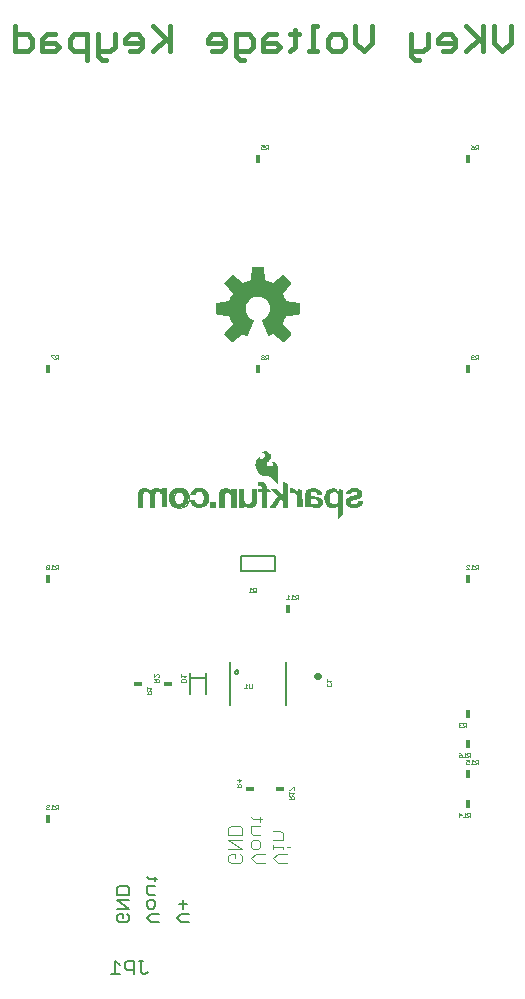
<source format=gbr>
G04 EAGLE Gerber RS-274X export*
G75*
%MOMM*%
%FSLAX34Y34*%
%LPD*%
%INSilkscreen Bottom*%
%IPPOS*%
%AMOC8*
5,1,8,0,0,1.08239X$1,22.5*%
G01*
%ADD10C,0.381000*%
%ADD11C,0.101600*%
%ADD12C,0.203200*%
%ADD13C,0.127000*%
%ADD14R,0.457200X0.762000*%
%ADD15C,0.025400*%
%ADD16C,0.558800*%
%ADD17R,0.495300X0.485100*%
%ADD18R,0.762000X0.457200*%
%ADD19C,0.152400*%

G36*
X339133Y517786D02*
X339133Y517786D01*
X339241Y517796D01*
X339254Y517802D01*
X339268Y517804D01*
X339365Y517852D01*
X339464Y517897D01*
X339477Y517908D01*
X339486Y517912D01*
X339501Y517928D01*
X339578Y517990D01*
X345610Y524022D01*
X345660Y524093D01*
X345665Y524098D01*
X345667Y524101D01*
X345673Y524110D01*
X345739Y524196D01*
X345744Y524209D01*
X345752Y524221D01*
X345783Y524324D01*
X345819Y524427D01*
X345819Y524441D01*
X345823Y524454D01*
X345819Y524562D01*
X345820Y524671D01*
X345815Y524684D01*
X345815Y524698D01*
X345777Y524800D01*
X345742Y524902D01*
X345733Y524917D01*
X345729Y524926D01*
X345715Y524943D01*
X345661Y525025D01*
X338807Y533431D01*
X339845Y535317D01*
X339853Y535339D01*
X339881Y535391D01*
X340898Y537847D01*
X340904Y537870D01*
X340926Y537925D01*
X341525Y539993D01*
X352315Y541090D01*
X352419Y541118D01*
X352525Y541143D01*
X352537Y541150D01*
X352550Y541153D01*
X352640Y541214D01*
X352733Y541271D01*
X352741Y541282D01*
X352753Y541290D01*
X352819Y541376D01*
X352888Y541460D01*
X352892Y541473D01*
X352901Y541484D01*
X352935Y541587D01*
X352974Y541688D01*
X352975Y541706D01*
X352979Y541715D01*
X352979Y541737D01*
X352988Y541835D01*
X352988Y550365D01*
X352971Y550472D01*
X352957Y550580D01*
X352951Y550592D01*
X352949Y550606D01*
X352897Y550702D01*
X352850Y550799D01*
X352840Y550809D01*
X352834Y550821D01*
X352754Y550895D01*
X352678Y550972D01*
X352666Y550978D01*
X352656Y550988D01*
X352557Y551033D01*
X352460Y551081D01*
X352442Y551085D01*
X352433Y551089D01*
X352412Y551091D01*
X352315Y551110D01*
X341525Y552207D01*
X340926Y554275D01*
X340915Y554296D01*
X340898Y554353D01*
X339881Y556809D01*
X339868Y556829D01*
X339845Y556883D01*
X338807Y558769D01*
X345661Y567175D01*
X345715Y567269D01*
X345772Y567361D01*
X345775Y567374D01*
X345782Y567386D01*
X345803Y567493D01*
X345828Y567598D01*
X345826Y567612D01*
X345829Y567626D01*
X345814Y567733D01*
X345804Y567841D01*
X345798Y567854D01*
X345796Y567868D01*
X345748Y567965D01*
X345703Y568064D01*
X345692Y568077D01*
X345688Y568086D01*
X345672Y568101D01*
X345610Y568178D01*
X339578Y574210D01*
X339490Y574273D01*
X339404Y574339D01*
X339391Y574344D01*
X339379Y574352D01*
X339276Y574383D01*
X339173Y574419D01*
X339159Y574419D01*
X339146Y574423D01*
X339038Y574419D01*
X338929Y574420D01*
X338916Y574415D01*
X338902Y574415D01*
X338800Y574377D01*
X338698Y574342D01*
X338683Y574333D01*
X338674Y574329D01*
X338657Y574315D01*
X338575Y574261D01*
X330169Y567407D01*
X328283Y568445D01*
X328261Y568453D01*
X328209Y568481D01*
X325753Y569498D01*
X325730Y569504D01*
X325675Y569526D01*
X323607Y570125D01*
X322510Y580915D01*
X322482Y581019D01*
X322457Y581125D01*
X322450Y581137D01*
X322447Y581150D01*
X322386Y581240D01*
X322329Y581333D01*
X322318Y581341D01*
X322310Y581353D01*
X322224Y581419D01*
X322140Y581488D01*
X322127Y581492D01*
X322116Y581501D01*
X322013Y581535D01*
X321912Y581574D01*
X321894Y581575D01*
X321885Y581579D01*
X321863Y581579D01*
X321765Y581588D01*
X313235Y581588D01*
X313128Y581571D01*
X313020Y581557D01*
X313008Y581551D01*
X312994Y581549D01*
X312898Y581497D01*
X312801Y581450D01*
X312791Y581440D01*
X312779Y581434D01*
X312705Y581354D01*
X312628Y581278D01*
X312622Y581266D01*
X312612Y581256D01*
X312567Y581157D01*
X312519Y581060D01*
X312515Y581042D01*
X312511Y581033D01*
X312509Y581012D01*
X312490Y580915D01*
X311393Y570125D01*
X309325Y569526D01*
X309304Y569515D01*
X309247Y569498D01*
X306791Y568481D01*
X306771Y568468D01*
X306717Y568445D01*
X304831Y567407D01*
X296425Y574261D01*
X296331Y574315D01*
X296239Y574372D01*
X296226Y574375D01*
X296214Y574382D01*
X296107Y574403D01*
X296002Y574428D01*
X295988Y574426D01*
X295974Y574429D01*
X295867Y574414D01*
X295759Y574404D01*
X295746Y574398D01*
X295733Y574396D01*
X295635Y574348D01*
X295536Y574303D01*
X295523Y574292D01*
X295514Y574288D01*
X295499Y574272D01*
X295422Y574210D01*
X289390Y568178D01*
X289327Y568090D01*
X289261Y568004D01*
X289256Y567991D01*
X289248Y567979D01*
X289217Y567876D01*
X289181Y567773D01*
X289181Y567759D01*
X289177Y567746D01*
X289181Y567638D01*
X289180Y567529D01*
X289185Y567516D01*
X289185Y567502D01*
X289223Y567400D01*
X289258Y567298D01*
X289267Y567283D01*
X289271Y567274D01*
X289285Y567257D01*
X289339Y567175D01*
X296193Y558769D01*
X295155Y556883D01*
X295147Y556861D01*
X295119Y556809D01*
X294102Y554353D01*
X294096Y554330D01*
X294074Y554275D01*
X293475Y552207D01*
X282685Y551110D01*
X282581Y551082D01*
X282475Y551057D01*
X282463Y551050D01*
X282450Y551047D01*
X282360Y550986D01*
X282267Y550929D01*
X282259Y550918D01*
X282247Y550910D01*
X282181Y550824D01*
X282113Y550740D01*
X282108Y550727D01*
X282099Y550716D01*
X282065Y550613D01*
X282026Y550512D01*
X282025Y550494D01*
X282021Y550485D01*
X282022Y550463D01*
X282012Y550365D01*
X282012Y541835D01*
X282029Y541728D01*
X282043Y541620D01*
X282049Y541608D01*
X282051Y541594D01*
X282103Y541498D01*
X282150Y541401D01*
X282160Y541391D01*
X282166Y541379D01*
X282246Y541305D01*
X282322Y541228D01*
X282334Y541222D01*
X282345Y541212D01*
X282443Y541167D01*
X282540Y541119D01*
X282558Y541115D01*
X282567Y541111D01*
X282588Y541109D01*
X282685Y541090D01*
X293475Y539993D01*
X294074Y537925D01*
X294085Y537904D01*
X294102Y537847D01*
X295119Y535391D01*
X295132Y535371D01*
X295155Y535317D01*
X296193Y533431D01*
X289339Y525025D01*
X289285Y524931D01*
X289228Y524839D01*
X289225Y524826D01*
X289218Y524814D01*
X289197Y524707D01*
X289172Y524602D01*
X289174Y524588D01*
X289171Y524574D01*
X289186Y524467D01*
X289196Y524359D01*
X289202Y524346D01*
X289204Y524333D01*
X289252Y524235D01*
X289297Y524136D01*
X289308Y524123D01*
X289312Y524114D01*
X289328Y524099D01*
X289390Y524022D01*
X295422Y517990D01*
X295510Y517927D01*
X295596Y517861D01*
X295609Y517856D01*
X295621Y517848D01*
X295724Y517817D01*
X295827Y517781D01*
X295841Y517781D01*
X295854Y517777D01*
X295962Y517781D01*
X296071Y517780D01*
X296084Y517785D01*
X296098Y517785D01*
X296200Y517823D01*
X296302Y517858D01*
X296317Y517867D01*
X296326Y517871D01*
X296343Y517885D01*
X296425Y517939D01*
X304825Y524788D01*
X306112Y524056D01*
X306131Y524049D01*
X306167Y524028D01*
X307976Y523189D01*
X308014Y523179D01*
X308050Y523160D01*
X308131Y523146D01*
X308211Y523124D01*
X308251Y523126D01*
X308290Y523120D01*
X308372Y523133D01*
X308455Y523138D01*
X308492Y523153D01*
X308531Y523159D01*
X308604Y523198D01*
X308681Y523229D01*
X308711Y523255D01*
X308747Y523274D01*
X308803Y523334D01*
X308866Y523388D01*
X308886Y523423D01*
X308914Y523452D01*
X308983Y523582D01*
X314006Y535708D01*
X314031Y535817D01*
X314060Y535924D01*
X314059Y535935D01*
X314062Y535946D01*
X314051Y536056D01*
X314043Y536168D01*
X314039Y536178D01*
X314038Y536189D01*
X313992Y536290D01*
X313949Y536393D01*
X313942Y536401D01*
X313937Y536411D01*
X313861Y536492D01*
X313788Y536576D01*
X313776Y536583D01*
X313770Y536589D01*
X313753Y536598D01*
X313664Y536657D01*
X311914Y537584D01*
X310422Y538776D01*
X309179Y540227D01*
X308229Y541884D01*
X307604Y543689D01*
X307328Y545579D01*
X307410Y547487D01*
X307846Y549347D01*
X308622Y551092D01*
X309711Y552662D01*
X311073Y554001D01*
X312661Y555062D01*
X314419Y555808D01*
X316286Y556213D01*
X318195Y556261D01*
X320080Y555953D01*
X321875Y555298D01*
X323515Y554319D01*
X324944Y553052D01*
X326111Y551540D01*
X326975Y549837D01*
X327506Y548002D01*
X327686Y546096D01*
X327542Y544394D01*
X327115Y542736D01*
X326415Y541173D01*
X326076Y540665D01*
X325575Y539916D01*
X325575Y539915D01*
X325464Y539749D01*
X324288Y538505D01*
X322920Y537476D01*
X321342Y536661D01*
X321250Y536592D01*
X321157Y536525D01*
X321152Y536519D01*
X321146Y536515D01*
X321081Y536420D01*
X321014Y536327D01*
X321012Y536320D01*
X321008Y536314D01*
X320977Y536203D01*
X320943Y536094D01*
X320943Y536086D01*
X320942Y536079D01*
X320947Y535965D01*
X320951Y535850D01*
X320954Y535841D01*
X320954Y535836D01*
X320960Y535821D01*
X320994Y535708D01*
X326017Y523582D01*
X326038Y523548D01*
X326051Y523511D01*
X326102Y523445D01*
X326146Y523375D01*
X326177Y523350D01*
X326201Y523318D01*
X326270Y523273D01*
X326334Y523220D01*
X326372Y523206D01*
X326405Y523184D01*
X326485Y523163D01*
X326563Y523134D01*
X326603Y523133D01*
X326641Y523123D01*
X326724Y523129D01*
X326806Y523126D01*
X326845Y523138D01*
X326885Y523141D01*
X327024Y523189D01*
X328833Y524028D01*
X328849Y524039D01*
X328888Y524056D01*
X330175Y524788D01*
X338575Y517939D01*
X338669Y517885D01*
X338761Y517828D01*
X338774Y517825D01*
X338786Y517818D01*
X338893Y517797D01*
X338998Y517772D01*
X339012Y517774D01*
X339026Y517771D01*
X339133Y517786D01*
G37*
G36*
X334334Y397047D02*
X334334Y397047D01*
X334376Y397062D01*
X334378Y397067D01*
X334382Y397069D01*
X334411Y397142D01*
X334415Y397153D01*
X334415Y397154D01*
X334415Y412318D01*
X334413Y412323D01*
X334415Y412329D01*
X334345Y413160D01*
X334339Y413171D01*
X334340Y413186D01*
X334100Y413985D01*
X334092Y413995D01*
X334090Y414009D01*
X333689Y414741D01*
X333679Y414749D01*
X333674Y414762D01*
X333204Y415312D01*
X333193Y415317D01*
X333186Y415329D01*
X332616Y415774D01*
X332604Y415777D01*
X332594Y415787D01*
X331946Y416108D01*
X331934Y416109D01*
X331922Y416117D01*
X331223Y416301D01*
X331212Y416300D01*
X331201Y416305D01*
X330261Y416378D01*
X330252Y416375D01*
X330241Y416378D01*
X329301Y416305D01*
X329297Y416303D01*
X329291Y416304D01*
X328808Y416228D01*
X328769Y416203D01*
X328729Y416182D01*
X328728Y416178D01*
X328725Y416176D01*
X328715Y416131D01*
X328703Y416087D01*
X328705Y416083D01*
X328704Y416079D01*
X328729Y416041D01*
X328753Y416002D01*
X328757Y416001D01*
X328759Y415998D01*
X328800Y415989D01*
X328840Y415977D01*
X328998Y415993D01*
X329136Y415965D01*
X329269Y415894D01*
X330093Y415295D01*
X330211Y415181D01*
X330283Y415043D01*
X330376Y414628D01*
X330376Y414200D01*
X330283Y413784D01*
X330077Y413380D01*
X329764Y413052D01*
X329158Y412687D01*
X328480Y412480D01*
X327769Y412445D01*
X327159Y412542D01*
X326573Y412740D01*
X326030Y413033D01*
X325605Y413398D01*
X325290Y413858D01*
X325104Y414383D01*
X325061Y414939D01*
X325163Y415487D01*
X325403Y415990D01*
X325773Y416425D01*
X325971Y416635D01*
X326566Y417266D01*
X327161Y417897D01*
X327226Y417966D01*
X327229Y417976D01*
X327238Y417982D01*
X328425Y419740D01*
X328427Y419753D01*
X328437Y419763D01*
X328717Y420451D01*
X328716Y420466D01*
X328725Y420481D01*
X328824Y421216D01*
X328820Y421231D01*
X328825Y421248D01*
X328738Y421985D01*
X328730Y421998D01*
X328730Y422016D01*
X328463Y422708D01*
X328452Y422719D01*
X328448Y422736D01*
X328017Y423339D01*
X328007Y423346D01*
X328001Y423358D01*
X327305Y424016D01*
X327297Y424019D01*
X327292Y424027D01*
X326515Y424587D01*
X326505Y424590D01*
X326497Y424598D01*
X325717Y424986D01*
X325705Y424987D01*
X325694Y424995D01*
X324854Y425226D01*
X324842Y425225D01*
X324830Y425231D01*
X323962Y425297D01*
X323952Y425293D01*
X323940Y425297D01*
X323040Y425211D01*
X323031Y425207D01*
X323021Y425208D01*
X322143Y424988D01*
X322135Y424982D01*
X322123Y424981D01*
X321895Y424880D01*
X321539Y424728D01*
X321538Y424728D01*
X321034Y424507D01*
X321024Y424496D01*
X321007Y424491D01*
X320572Y424153D01*
X320569Y424146D01*
X320561Y424142D01*
X320536Y424117D01*
X320533Y424116D01*
X320498Y424024D01*
X320539Y423935D01*
X320624Y423902D01*
X321227Y423902D01*
X321738Y423845D01*
X322228Y423706D01*
X322709Y423451D01*
X323104Y423081D01*
X323390Y422621D01*
X323547Y422102D01*
X323559Y421799D01*
X323500Y421499D01*
X323294Y421005D01*
X323011Y420547D01*
X322660Y420137D01*
X322248Y419783D01*
X321346Y419132D01*
X320858Y418883D01*
X320329Y418785D01*
X319790Y418843D01*
X319616Y418908D01*
X319255Y419157D01*
X318981Y419496D01*
X318937Y419599D01*
X318921Y419719D01*
X318921Y420599D01*
X318904Y420640D01*
X318890Y420682D01*
X318885Y420685D01*
X318883Y420690D01*
X318842Y420706D01*
X318802Y420725D01*
X318796Y420723D01*
X318791Y420725D01*
X318764Y420713D01*
X318715Y420697D01*
X317589Y419776D01*
X317583Y419764D01*
X317571Y419757D01*
X316664Y418620D01*
X316661Y418609D01*
X316652Y418601D01*
X316150Y417667D01*
X316149Y417657D01*
X316143Y417649D01*
X315785Y416652D01*
X315785Y416642D01*
X315780Y416633D01*
X315573Y415594D01*
X315575Y415584D01*
X315574Y415582D01*
X315575Y415582D01*
X315571Y415573D01*
X315511Y413645D01*
X315515Y413634D01*
X315512Y413622D01*
X315800Y411715D01*
X315806Y411705D01*
X315806Y411693D01*
X316434Y409869D01*
X316441Y409860D01*
X316443Y409848D01*
X317390Y408167D01*
X317398Y408161D01*
X317401Y408150D01*
X318286Y407043D01*
X318293Y407040D01*
X318295Y407034D01*
X318296Y407034D01*
X318298Y407030D01*
X319329Y406058D01*
X319337Y406055D01*
X319343Y406047D01*
X320500Y405230D01*
X320510Y405228D01*
X320518Y405220D01*
X321748Y404620D01*
X321759Y404619D01*
X321769Y404611D01*
X323088Y404243D01*
X323099Y404245D01*
X323110Y404239D01*
X324474Y404115D01*
X324479Y404117D01*
X324485Y404115D01*
X326760Y404115D01*
X327128Y404050D01*
X327479Y403923D01*
X328469Y403334D01*
X329323Y402552D01*
X334195Y397070D01*
X334199Y397068D01*
X334201Y397063D01*
X334243Y397047D01*
X334284Y397028D01*
X334288Y397030D01*
X334293Y397028D01*
X334334Y397047D01*
G37*
G36*
X385701Y368353D02*
X385701Y368353D01*
X385703Y368352D01*
X385724Y368361D01*
X385784Y368384D01*
X389924Y372118D01*
X389926Y372124D01*
X389932Y372127D01*
X389956Y372187D01*
X389965Y372208D01*
X389964Y372210D01*
X389965Y372212D01*
X389965Y392786D01*
X389950Y392823D01*
X389940Y392862D01*
X389931Y392868D01*
X389927Y392877D01*
X389899Y392888D01*
X389863Y392910D01*
X385977Y393646D01*
X385962Y393643D01*
X385947Y393648D01*
X385915Y393633D01*
X385880Y393625D01*
X385872Y393612D01*
X385859Y393606D01*
X385844Y393567D01*
X385828Y393542D01*
X385831Y393531D01*
X385827Y393520D01*
X385851Y391603D01*
X385717Y391752D01*
X385716Y391753D01*
X385716Y391754D01*
X384827Y392719D01*
X384821Y392721D01*
X384817Y392728D01*
X384474Y393029D01*
X384463Y393033D01*
X384455Y393043D01*
X384061Y393276D01*
X384052Y393277D01*
X384044Y393284D01*
X382723Y393817D01*
X382712Y393817D01*
X382702Y393824D01*
X382220Y393926D01*
X382208Y393923D01*
X382196Y393928D01*
X380215Y393953D01*
X380204Y393949D01*
X380192Y393951D01*
X379107Y393768D01*
X379097Y393761D01*
X379083Y393761D01*
X378058Y393361D01*
X378051Y393353D01*
X378039Y393351D01*
X377137Y392810D01*
X377132Y392804D01*
X377123Y392801D01*
X376299Y392148D01*
X376293Y392138D01*
X376283Y392133D01*
X375491Y391243D01*
X375487Y391230D01*
X375475Y391221D01*
X374896Y390180D01*
X374894Y390168D01*
X374886Y390157D01*
X374212Y388044D01*
X374213Y388033D01*
X374207Y388022D01*
X373924Y385822D01*
X373927Y385811D01*
X373923Y385799D01*
X374041Y383584D01*
X374046Y383574D01*
X374044Y383562D01*
X374367Y382186D01*
X374374Y382177D01*
X374374Y382165D01*
X374930Y380865D01*
X374938Y380857D01*
X374940Y380846D01*
X375712Y379661D01*
X375721Y379655D01*
X375726Y379644D01*
X376383Y378937D01*
X376393Y378933D01*
X376399Y378923D01*
X377167Y378338D01*
X377178Y378336D01*
X377185Y378327D01*
X378041Y377881D01*
X378052Y377880D01*
X378061Y377872D01*
X378980Y377578D01*
X378990Y377579D01*
X379000Y377573D01*
X380212Y377384D01*
X380221Y377386D01*
X380230Y377383D01*
X381457Y377366D01*
X381465Y377369D01*
X381475Y377367D01*
X382692Y377522D01*
X382702Y377527D01*
X382714Y377527D01*
X383558Y377791D01*
X383568Y377799D01*
X383583Y377802D01*
X384352Y378239D01*
X384360Y378249D01*
X384374Y378254D01*
X385034Y378844D01*
X385040Y378856D01*
X385052Y378864D01*
X385572Y379580D01*
X385573Y379582D01*
X385573Y368478D01*
X385591Y368434D01*
X385608Y368391D01*
X385610Y368390D01*
X385611Y368387D01*
X385655Y368370D01*
X385699Y368352D01*
X385701Y368353D01*
G37*
G36*
X220271Y377700D02*
X220271Y377700D01*
X220273Y377699D01*
X220316Y377719D01*
X220360Y377737D01*
X220360Y377739D01*
X220362Y377740D01*
X220395Y377825D01*
X220395Y388104D01*
X220502Y388984D01*
X220814Y389806D01*
X221075Y390190D01*
X221418Y390503D01*
X221824Y390729D01*
X222272Y390857D01*
X223176Y390925D01*
X224079Y390833D01*
X224489Y390707D01*
X224861Y390497D01*
X224876Y390483D01*
X225017Y390357D01*
X225157Y390230D01*
X225179Y390211D01*
X225564Y389683D01*
X225837Y389088D01*
X225986Y388449D01*
X226061Y387346D01*
X226061Y377825D01*
X226062Y377823D01*
X226061Y377821D01*
X226081Y377778D01*
X226099Y377734D01*
X226101Y377734D01*
X226102Y377732D01*
X226187Y377699D01*
X230505Y377699D01*
X230507Y377700D01*
X230509Y377699D01*
X230552Y377719D01*
X230596Y377737D01*
X230596Y377739D01*
X230598Y377740D01*
X230631Y377825D01*
X230631Y388384D01*
X230711Y389047D01*
X230942Y389666D01*
X231312Y390213D01*
X231659Y390531D01*
X232068Y390764D01*
X232518Y390900D01*
X232995Y390932D01*
X233843Y390882D01*
X234283Y390800D01*
X234687Y390622D01*
X235042Y390356D01*
X235861Y389412D01*
X236145Y388874D01*
X236276Y388283D01*
X236246Y387661D01*
X236247Y387658D01*
X236246Y387655D01*
X236246Y377850D01*
X236247Y377848D01*
X236246Y377846D01*
X236266Y377803D01*
X236284Y377759D01*
X236286Y377759D01*
X236287Y377757D01*
X236372Y377724D01*
X240690Y377724D01*
X240692Y377725D01*
X240694Y377724D01*
X240737Y377744D01*
X240781Y377762D01*
X240781Y377764D01*
X240783Y377765D01*
X240816Y377850D01*
X240816Y393903D01*
X240815Y393905D01*
X240816Y393907D01*
X240796Y393950D01*
X240778Y393994D01*
X240776Y393994D01*
X240775Y393996D01*
X240690Y394029D01*
X236703Y394029D01*
X236701Y394028D01*
X236699Y394029D01*
X236656Y394009D01*
X236612Y393991D01*
X236612Y393989D01*
X236610Y393988D01*
X236577Y393903D01*
X236577Y391850D01*
X236546Y391857D01*
X236244Y392253D01*
X236238Y392256D01*
X236235Y392264D01*
X235473Y393051D01*
X235465Y393054D01*
X235461Y393061D01*
X234699Y393673D01*
X234685Y393677D01*
X234673Y393690D01*
X233783Y394094D01*
X233771Y394094D01*
X233760Y394102D01*
X232668Y394356D01*
X232659Y394355D01*
X232651Y394359D01*
X231279Y394486D01*
X231269Y394483D01*
X231258Y394486D01*
X230301Y394417D01*
X230290Y394411D01*
X230276Y394412D01*
X229353Y394152D01*
X229343Y394144D01*
X229330Y394142D01*
X228540Y393739D01*
X228532Y393730D01*
X228519Y393726D01*
X227821Y393180D01*
X227815Y393169D01*
X227803Y393163D01*
X227221Y392494D01*
X227218Y392482D01*
X227207Y392474D01*
X226827Y391816D01*
X226785Y391858D01*
X226330Y392339D01*
X226327Y392340D01*
X226326Y392343D01*
X225538Y393102D01*
X225529Y393105D01*
X225524Y393114D01*
X224635Y393752D01*
X224624Y393754D01*
X224616Y393762D01*
X223811Y394156D01*
X223799Y394156D01*
X223788Y394164D01*
X222923Y394396D01*
X222911Y394394D01*
X222899Y394400D01*
X222005Y394461D01*
X221996Y394458D01*
X221985Y394461D01*
X220706Y394354D01*
X220699Y394350D01*
X220692Y394352D01*
X219432Y394103D01*
X219423Y394097D01*
X219411Y394097D01*
X218545Y393771D01*
X218535Y393761D01*
X218520Y393758D01*
X217746Y393251D01*
X217739Y393239D01*
X217725Y393233D01*
X217079Y392569D01*
X217076Y392559D01*
X217072Y392558D01*
X217071Y392554D01*
X217063Y392548D01*
X216475Y391609D01*
X216473Y391596D01*
X216463Y391586D01*
X216077Y390547D01*
X216078Y390534D01*
X216071Y390522D01*
X215902Y389426D01*
X215905Y389417D01*
X215901Y389407D01*
X215901Y377825D01*
X215902Y377823D01*
X215901Y377821D01*
X215921Y377778D01*
X215939Y377734D01*
X215941Y377734D01*
X215942Y377732D01*
X216027Y377699D01*
X220269Y377699D01*
X220271Y377700D01*
G37*
G36*
X368151Y377369D02*
X368151Y377369D01*
X368162Y377374D01*
X368176Y377372D01*
X369548Y377680D01*
X369559Y377688D01*
X369574Y377689D01*
X370843Y378295D01*
X370852Y378305D01*
X370866Y378309D01*
X371314Y378651D01*
X371320Y378661D01*
X371332Y378667D01*
X371709Y379087D01*
X371713Y379098D01*
X371723Y379106D01*
X372015Y379589D01*
X372017Y379600D01*
X372025Y379610D01*
X372398Y380603D01*
X372398Y380614D01*
X372404Y380625D01*
X372593Y381669D01*
X372590Y381680D01*
X372595Y381692D01*
X372592Y382753D01*
X372589Y382760D01*
X372591Y382763D01*
X372588Y382770D01*
X372589Y382780D01*
X372383Y383721D01*
X372374Y383733D01*
X372373Y383750D01*
X371944Y384612D01*
X371934Y384621D01*
X371929Y384636D01*
X371431Y385245D01*
X371426Y385248D01*
X371424Y385252D01*
X371418Y385254D01*
X371413Y385263D01*
X370803Y385761D01*
X370791Y385764D01*
X370782Y385775D01*
X370086Y386141D01*
X370075Y386142D01*
X370066Y386149D01*
X368581Y386633D01*
X368573Y386632D01*
X368564Y386637D01*
X367027Y386915D01*
X367023Y386914D01*
X367018Y386917D01*
X364812Y387145D01*
X363506Y387371D01*
X363037Y387536D01*
X362609Y387782D01*
X362325Y388043D01*
X362265Y388130D01*
X362223Y388227D01*
X362112Y388748D01*
X362112Y389279D01*
X362223Y389800D01*
X362362Y390114D01*
X362561Y390393D01*
X362814Y390627D01*
X363128Y390820D01*
X363474Y390948D01*
X363843Y391009D01*
X365198Y391059D01*
X365785Y391005D01*
X366346Y390840D01*
X366810Y390585D01*
X367200Y390229D01*
X367495Y389791D01*
X367679Y389296D01*
X367742Y388765D01*
X367742Y388722D01*
X367743Y388720D01*
X367742Y388718D01*
X367762Y388675D01*
X367780Y388631D01*
X367782Y388631D01*
X367783Y388629D01*
X367868Y388596D01*
X372009Y388596D01*
X372010Y388594D01*
X372052Y388584D01*
X372094Y388570D01*
X372100Y388573D01*
X372106Y388572D01*
X372131Y388588D01*
X372176Y388609D01*
X372201Y388634D01*
X372201Y388635D01*
X372217Y388677D01*
X372236Y388726D01*
X372236Y388727D01*
X372216Y388769D01*
X372197Y388812D01*
X372075Y389703D01*
X372069Y389714D01*
X372069Y389729D01*
X371735Y390670D01*
X371726Y390680D01*
X371723Y390694D01*
X371204Y391547D01*
X371193Y391555D01*
X371188Y391568D01*
X370505Y392298D01*
X370493Y392303D01*
X370485Y392315D01*
X369668Y392889D01*
X369656Y392892D01*
X369647Y392901D01*
X368489Y393430D01*
X368479Y393430D01*
X368470Y393437D01*
X367241Y393771D01*
X367232Y393770D01*
X367223Y393774D01*
X365483Y393988D01*
X365475Y393985D01*
X365467Y393988D01*
X363713Y393980D01*
X363706Y393977D01*
X363697Y393979D01*
X361958Y393749D01*
X361950Y393744D01*
X361939Y393745D01*
X360525Y393320D01*
X360516Y393312D01*
X360502Y393311D01*
X359199Y392617D01*
X359190Y392607D01*
X359176Y392602D01*
X358614Y392119D01*
X358607Y392105D01*
X358593Y392096D01*
X358166Y391491D01*
X358163Y391476D01*
X358151Y391464D01*
X357884Y390773D01*
X357885Y390758D01*
X357877Y390743D01*
X357786Y390008D01*
X357788Y390000D01*
X357785Y389992D01*
X357785Y385166D01*
X357786Y385164D01*
X357785Y385162D01*
X357792Y385147D01*
X357760Y385063D01*
X357785Y380725D01*
X357683Y379388D01*
X357334Y378093D01*
X357260Y377894D01*
X357261Y377869D01*
X357252Y377846D01*
X357263Y377822D01*
X357264Y377796D01*
X357283Y377779D01*
X357293Y377757D01*
X357320Y377746D01*
X357338Y377730D01*
X357357Y377732D01*
X357378Y377724D01*
X361412Y377724D01*
X361448Y377721D01*
X361476Y377730D01*
X361516Y377734D01*
X361553Y377753D01*
X361572Y377775D01*
X361604Y377799D01*
X361626Y377835D01*
X361628Y377852D01*
X361640Y377868D01*
X361716Y378148D01*
X361715Y378151D01*
X361717Y378154D01*
X361944Y379183D01*
X361954Y379206D01*
X361960Y379212D01*
X361968Y379214D01*
X361977Y379213D01*
X362001Y379197D01*
X362828Y378494D01*
X362839Y378490D01*
X362848Y378480D01*
X363799Y377940D01*
X363810Y377939D01*
X363820Y377931D01*
X364855Y377578D01*
X364867Y377579D01*
X364877Y377573D01*
X366495Y377332D01*
X366505Y377335D01*
X366516Y377331D01*
X368151Y377369D01*
G37*
G36*
X343284Y377598D02*
X343284Y377598D01*
X343287Y377597D01*
X343370Y377634D01*
X343421Y377685D01*
X343423Y377688D01*
X343425Y377689D01*
X343458Y377774D01*
X343458Y397104D01*
X343450Y397123D01*
X343452Y397143D01*
X343431Y397170D01*
X343420Y397195D01*
X343406Y397200D01*
X343395Y397214D01*
X339255Y399576D01*
X339220Y399580D01*
X339188Y399592D01*
X339173Y399585D01*
X339157Y399587D01*
X339130Y399565D01*
X339099Y399551D01*
X339092Y399535D01*
X339080Y399525D01*
X339078Y399498D01*
X339066Y399466D01*
X339066Y388036D01*
X333591Y393510D01*
X333588Y393512D01*
X333587Y393514D01*
X333502Y393547D01*
X328828Y393547D01*
X328826Y393547D01*
X328825Y393547D01*
X328781Y393527D01*
X328737Y393509D01*
X328737Y393507D01*
X328735Y393506D01*
X328719Y393462D01*
X328702Y393417D01*
X328703Y393415D01*
X328702Y393414D01*
X328740Y393331D01*
X334431Y387765D01*
X327834Y377870D01*
X327827Y377832D01*
X327813Y377795D01*
X327818Y377785D01*
X327816Y377773D01*
X327838Y377742D01*
X327855Y377706D01*
X327866Y377702D01*
X327872Y377693D01*
X327902Y377688D01*
X327940Y377674D01*
X333020Y377699D01*
X333037Y377706D01*
X333055Y377704D01*
X333084Y377726D01*
X333110Y377738D01*
X333115Y377750D01*
X333127Y377760D01*
X337360Y384738D01*
X339015Y383131D01*
X339015Y377723D01*
X339016Y377721D01*
X339015Y377719D01*
X339035Y377676D01*
X339053Y377632D01*
X339055Y377632D01*
X339056Y377630D01*
X339141Y377597D01*
X343281Y377597D01*
X343284Y377598D01*
G37*
G36*
X311716Y377297D02*
X311716Y377297D01*
X311727Y377294D01*
X312760Y377441D01*
X312771Y377447D01*
X312784Y377447D01*
X313770Y377790D01*
X313779Y377798D01*
X313792Y377800D01*
X314694Y378326D01*
X314701Y378336D01*
X314714Y378341D01*
X314968Y378569D01*
X314974Y378580D01*
X314985Y378588D01*
X315646Y379473D01*
X315648Y379484D01*
X315658Y379493D01*
X316146Y380483D01*
X316146Y380495D01*
X316154Y380505D01*
X316454Y381568D01*
X316452Y381579D01*
X316458Y381591D01*
X316559Y382690D01*
X316557Y382696D01*
X316559Y382702D01*
X316559Y393497D01*
X316558Y393499D01*
X316559Y393501D01*
X316539Y393544D01*
X316521Y393588D01*
X316519Y393588D01*
X316518Y393590D01*
X316433Y393623D01*
X312293Y393623D01*
X312291Y393622D01*
X312289Y393623D01*
X312246Y393603D01*
X312202Y393585D01*
X312202Y393583D01*
X312200Y393582D01*
X312167Y393497D01*
X312167Y383500D01*
X312018Y382670D01*
X311675Y381902D01*
X311403Y381540D01*
X311062Y381239D01*
X310667Y381014D01*
X309978Y380791D01*
X309259Y380711D01*
X308538Y380778D01*
X307847Y380990D01*
X307337Y381278D01*
X306906Y381675D01*
X306579Y382160D01*
X306370Y382710D01*
X306145Y383914D01*
X306069Y385144D01*
X306069Y393446D01*
X306068Y393448D01*
X306069Y393450D01*
X306049Y393493D01*
X306031Y393537D01*
X306029Y393537D01*
X306028Y393539D01*
X305943Y393572D01*
X301727Y393572D01*
X301725Y393571D01*
X301723Y393572D01*
X301680Y393552D01*
X301636Y393534D01*
X301636Y393532D01*
X301634Y393531D01*
X301601Y393446D01*
X301601Y377825D01*
X301602Y377823D01*
X301601Y377821D01*
X301621Y377778D01*
X301639Y377734D01*
X301641Y377734D01*
X301642Y377732D01*
X301727Y377699D01*
X305740Y377699D01*
X305742Y377700D01*
X305744Y377699D01*
X305787Y377719D01*
X305831Y377737D01*
X305831Y377739D01*
X305833Y377740D01*
X305866Y377825D01*
X305866Y379882D01*
X306373Y379241D01*
X306381Y379237D01*
X306385Y379228D01*
X307212Y378443D01*
X307221Y378440D01*
X307226Y378432D01*
X308156Y377773D01*
X308165Y377771D01*
X308173Y377763D01*
X308418Y377641D01*
X308429Y377640D01*
X308438Y377633D01*
X308700Y377552D01*
X308709Y377553D01*
X308718Y377548D01*
X310196Y377325D01*
X310204Y377327D01*
X310212Y377323D01*
X311706Y377293D01*
X311716Y377297D01*
G37*
G36*
X299239Y377624D02*
X299239Y377624D01*
X299241Y377623D01*
X299284Y377643D01*
X299328Y377661D01*
X299328Y377663D01*
X299330Y377664D01*
X299363Y377749D01*
X299363Y393471D01*
X299362Y393473D01*
X299363Y393475D01*
X299343Y393518D01*
X299325Y393562D01*
X299323Y393562D01*
X299322Y393564D01*
X299237Y393597D01*
X295199Y393597D01*
X295197Y393596D01*
X295195Y393597D01*
X295152Y393577D01*
X295108Y393559D01*
X295108Y393557D01*
X295106Y393556D01*
X295073Y393471D01*
X295073Y391403D01*
X295031Y391432D01*
X294917Y391568D01*
X294640Y391946D01*
X294636Y391948D01*
X294634Y391953D01*
X294232Y392426D01*
X294225Y392430D01*
X294221Y392438D01*
X294026Y392614D01*
X293886Y392740D01*
X293760Y392854D01*
X293750Y392857D01*
X293742Y392867D01*
X292844Y393434D01*
X292831Y393437D01*
X292820Y393446D01*
X291824Y393815D01*
X291811Y393815D01*
X291798Y393822D01*
X290746Y393977D01*
X290736Y393974D01*
X290725Y393978D01*
X288719Y393928D01*
X288709Y393924D01*
X288696Y393926D01*
X287719Y393720D01*
X287707Y393712D01*
X287691Y393711D01*
X286786Y393289D01*
X286777Y393278D01*
X286762Y393274D01*
X285977Y392656D01*
X285971Y392645D01*
X285959Y392639D01*
X285470Y392064D01*
X285467Y392053D01*
X285457Y392046D01*
X285073Y391397D01*
X285071Y391386D01*
X285063Y391377D01*
X284794Y390672D01*
X284794Y390663D01*
X284789Y390654D01*
X284549Y389547D01*
X284551Y389538D01*
X284547Y389530D01*
X284456Y388401D01*
X284458Y388396D01*
X284456Y388391D01*
X284456Y377850D01*
X284457Y377848D01*
X284456Y377846D01*
X284476Y377803D01*
X284494Y377759D01*
X284496Y377759D01*
X284497Y377757D01*
X284582Y377724D01*
X288671Y377724D01*
X288673Y377725D01*
X288675Y377724D01*
X288718Y377744D01*
X288762Y377762D01*
X288762Y377764D01*
X288764Y377765D01*
X288797Y377850D01*
X288797Y387496D01*
X288862Y388214D01*
X289053Y388902D01*
X289363Y389544D01*
X289659Y389931D01*
X290033Y390240D01*
X290468Y390457D01*
X290768Y390534D01*
X291084Y390551D01*
X292189Y390501D01*
X292745Y390414D01*
X293261Y390210D01*
X293718Y389896D01*
X294235Y389327D01*
X294598Y388648D01*
X294815Y387898D01*
X294895Y387115D01*
X294895Y377749D01*
X294896Y377747D01*
X294895Y377745D01*
X294915Y377702D01*
X294933Y377658D01*
X294935Y377658D01*
X294936Y377656D01*
X295021Y377623D01*
X299237Y377623D01*
X299239Y377624D01*
G37*
G36*
X250953Y377552D02*
X250953Y377552D01*
X250969Y377548D01*
X253966Y377954D01*
X253987Y377966D01*
X254016Y377972D01*
X256861Y379750D01*
X256875Y379771D01*
X256900Y379789D01*
X258500Y382278D01*
X258504Y382301D01*
X258519Y382326D01*
X259129Y386212D01*
X259123Y386234D01*
X259127Y386260D01*
X258314Y389816D01*
X258299Y389837D01*
X258290Y389866D01*
X256156Y392584D01*
X256134Y392596D01*
X256113Y392619D01*
X252735Y394296D01*
X252715Y394297D01*
X252694Y394308D01*
X251221Y394485D01*
X251214Y394483D01*
X251206Y394486D01*
X251155Y394486D01*
X251135Y394478D01*
X251109Y394477D01*
X250982Y394427D01*
X250961Y394407D01*
X250935Y394395D01*
X250926Y394373D01*
X250911Y394359D01*
X250912Y394335D01*
X250902Y394310D01*
X250902Y391389D01*
X250919Y391349D01*
X250931Y391308D01*
X250938Y391304D01*
X250940Y391298D01*
X250968Y391287D01*
X251011Y391264D01*
X252106Y391114D01*
X253254Y390479D01*
X254042Y389395D01*
X254438Y388506D01*
X254712Y387032D01*
X254763Y385173D01*
X254588Y383925D01*
X254213Y382776D01*
X253675Y381749D01*
X252027Y380741D01*
X250279Y380519D01*
X248528Y381111D01*
X248458Y381175D01*
X248180Y381428D01*
X247902Y381680D01*
X247763Y381806D01*
X247486Y382059D01*
X247485Y382059D01*
X247449Y382092D01*
X246906Y383302D01*
X246531Y384850D01*
X246531Y386275D01*
X246782Y388204D01*
X247526Y389816D01*
X248360Y390625D01*
X249313Y391138D01*
X250500Y391237D01*
X250596Y391237D01*
X250599Y391238D01*
X250602Y391237D01*
X250644Y391257D01*
X250687Y391275D01*
X250688Y391278D01*
X250691Y391280D01*
X250722Y391365D01*
X250696Y392953D01*
X250693Y393079D01*
X250693Y393080D01*
X250691Y393206D01*
X250689Y393332D01*
X250687Y393458D01*
X250685Y393584D01*
X250685Y393585D01*
X250683Y393711D01*
X250681Y393837D01*
X250679Y393963D01*
X250676Y394089D01*
X250676Y394090D01*
X250674Y394216D01*
X250672Y394337D01*
X250668Y394346D01*
X250671Y394355D01*
X250649Y394390D01*
X250632Y394427D01*
X250624Y394430D01*
X250619Y394438D01*
X250567Y394451D01*
X250540Y394461D01*
X250535Y394459D01*
X250530Y394460D01*
X248523Y394206D01*
X248512Y394200D01*
X248498Y394200D01*
X246872Y393641D01*
X246860Y393630D01*
X246841Y393626D01*
X244860Y392255D01*
X244852Y392242D01*
X244836Y392233D01*
X243744Y390963D01*
X243739Y390947D01*
X243725Y390932D01*
X242684Y388595D01*
X242683Y388578D01*
X242674Y388560D01*
X242394Y386375D01*
X242398Y386360D01*
X242394Y386344D01*
X242648Y384236D01*
X242652Y384228D01*
X242651Y384217D01*
X243337Y381753D01*
X243348Y381739D01*
X243352Y381720D01*
X244165Y380425D01*
X244177Y380416D01*
X244185Y380401D01*
X245379Y379258D01*
X245388Y379254D01*
X245393Y379246D01*
X246510Y378459D01*
X246527Y378455D01*
X246542Y378443D01*
X248396Y377808D01*
X248410Y377809D01*
X248424Y377801D01*
X250939Y377547D01*
X250953Y377552D01*
G37*
G36*
X398934Y377345D02*
X398934Y377345D01*
X398941Y377343D01*
X401507Y377521D01*
X401516Y377526D01*
X401526Y377524D01*
X402447Y377736D01*
X402458Y377744D01*
X402472Y377745D01*
X403329Y378142D01*
X403335Y378149D01*
X403344Y378151D01*
X404538Y378913D01*
X404543Y378919D01*
X404551Y378922D01*
X405066Y379353D01*
X405071Y379364D01*
X405083Y379370D01*
X405503Y379894D01*
X405507Y379905D01*
X405517Y379914D01*
X405826Y380510D01*
X405827Y380519D01*
X405834Y380527D01*
X406266Y381797D01*
X406265Y381807D01*
X406270Y381816D01*
X406372Y382400D01*
X406371Y382407D01*
X406374Y382413D01*
X406399Y382769D01*
X406398Y382773D01*
X406399Y382776D01*
X406398Y382778D01*
X406399Y382782D01*
X406387Y382808D01*
X406384Y382838D01*
X406383Y382839D01*
X406383Y382840D01*
X406372Y382849D01*
X406367Y382862D01*
X406361Y382865D01*
X406358Y382871D01*
X406328Y382883D01*
X406308Y382899D01*
X406306Y382899D01*
X406305Y382900D01*
X406290Y382899D01*
X406278Y382904D01*
X406276Y382903D01*
X406273Y382904D01*
X402412Y382904D01*
X402410Y382903D01*
X402408Y382904D01*
X402365Y382884D01*
X402321Y382866D01*
X402321Y382864D01*
X402319Y382863D01*
X402286Y382778D01*
X402286Y382731D01*
X402257Y382234D01*
X402111Y381772D01*
X401855Y381358D01*
X401751Y381253D01*
X401625Y381127D01*
X401413Y380915D01*
X400886Y380578D01*
X400299Y380361D01*
X399737Y380288D01*
X398407Y380288D01*
X397804Y380362D01*
X397237Y380559D01*
X396724Y380871D01*
X396437Y381155D01*
X396228Y381500D01*
X396111Y381885D01*
X396094Y382289D01*
X396179Y382684D01*
X396360Y383046D01*
X396625Y383350D01*
X396961Y383581D01*
X398068Y384051D01*
X399242Y384357D01*
X402873Y385220D01*
X402880Y385225D01*
X402889Y385225D01*
X403697Y385531D01*
X403704Y385537D01*
X403714Y385539D01*
X404465Y385966D01*
X404471Y385973D01*
X404481Y385977D01*
X405158Y386514D01*
X405163Y386524D01*
X405174Y386530D01*
X405511Y386915D01*
X405515Y386928D01*
X405526Y386937D01*
X405775Y387384D01*
X405776Y387397D01*
X405785Y387408D01*
X405937Y387897D01*
X405935Y387909D01*
X405942Y387922D01*
X406047Y389058D01*
X406044Y389071D01*
X406047Y389084D01*
X405918Y390218D01*
X405912Y390229D01*
X405913Y390243D01*
X405555Y391327D01*
X405547Y391336D01*
X405545Y391350D01*
X405246Y391872D01*
X405236Y391879D01*
X405231Y391892D01*
X404837Y392347D01*
X404826Y392352D01*
X404819Y392364D01*
X404343Y392733D01*
X404332Y392736D01*
X404323Y392745D01*
X403042Y393399D01*
X403031Y393400D01*
X403021Y393407D01*
X401643Y393818D01*
X401632Y393817D01*
X401620Y393823D01*
X400191Y393978D01*
X400184Y393976D01*
X400177Y393978D01*
X398374Y393978D01*
X398368Y393976D01*
X398361Y393978D01*
X396968Y393838D01*
X396959Y393833D01*
X396948Y393834D01*
X395597Y393466D01*
X395588Y393459D01*
X395574Y393457D01*
X394477Y392919D01*
X394468Y392909D01*
X394454Y392905D01*
X393495Y392148D01*
X393489Y392138D01*
X393478Y392133D01*
X393130Y391737D01*
X393128Y391732D01*
X393127Y391732D01*
X393126Y391728D01*
X393118Y391722D01*
X392832Y391280D01*
X392830Y391270D01*
X392823Y391263D01*
X392467Y390475D01*
X392467Y390470D01*
X392463Y390466D01*
X392260Y389908D01*
X392262Y389884D01*
X392257Y389872D01*
X392260Y389865D01*
X392255Y389840D01*
X392264Y389826D01*
X392255Y389814D01*
X392257Y389808D01*
X392253Y389801D01*
X392177Y389090D01*
X392179Y389084D01*
X392178Y389080D01*
X392179Y389078D01*
X392177Y389073D01*
X392194Y389036D01*
X392206Y388996D01*
X392214Y388992D01*
X392218Y388984D01*
X392268Y388964D01*
X392294Y388951D01*
X392298Y388953D01*
X392303Y388951D01*
X396189Y388951D01*
X396233Y388969D01*
X396277Y388987D01*
X396278Y388988D01*
X396280Y388989D01*
X396287Y389008D01*
X396315Y389069D01*
X396331Y389329D01*
X396386Y389572D01*
X396536Y389924D01*
X396754Y390237D01*
X397030Y390501D01*
X397452Y390772D01*
X397919Y390961D01*
X398415Y391059D01*
X399263Y391103D01*
X400111Y391059D01*
X400560Y390974D01*
X400984Y390817D01*
X401285Y390622D01*
X401518Y390354D01*
X401673Y390012D01*
X401721Y389640D01*
X401656Y389271D01*
X401472Y388910D01*
X401237Y388667D01*
X401189Y388617D01*
X400514Y388201D01*
X399762Y387929D01*
X397739Y387525D01*
X397738Y387524D01*
X397737Y387524D01*
X396014Y387143D01*
X396007Y387138D01*
X395998Y387138D01*
X394342Y386528D01*
X394336Y386522D01*
X394326Y386521D01*
X393570Y386116D01*
X393564Y386109D01*
X393555Y386106D01*
X392863Y385598D01*
X392858Y385588D01*
X392846Y385583D01*
X392514Y385233D01*
X392509Y385221D01*
X392498Y385212D01*
X392246Y384800D01*
X392244Y384786D01*
X392234Y384774D01*
X391897Y383771D01*
X391898Y383756D01*
X391890Y383742D01*
X391796Y382687D01*
X391799Y382678D01*
X391796Y382667D01*
X391872Y381626D01*
X391876Y381618D01*
X391875Y381608D01*
X392018Y380944D01*
X392024Y380934D01*
X392025Y380921D01*
X392291Y380296D01*
X392299Y380287D01*
X392302Y380275D01*
X392681Y379711D01*
X392691Y379704D01*
X392696Y379693D01*
X393422Y378950D01*
X393432Y378946D01*
X393438Y378935D01*
X394282Y378329D01*
X394292Y378327D01*
X394301Y378318D01*
X395236Y377867D01*
X395247Y377866D01*
X395257Y377859D01*
X396257Y377577D01*
X396265Y377578D01*
X396274Y377573D01*
X397588Y377391D01*
X397595Y377393D01*
X397601Y377390D01*
X398928Y377343D01*
X398934Y377345D01*
G37*
G36*
X269132Y377442D02*
X269132Y377442D01*
X269139Y377445D01*
X269147Y377444D01*
X270710Y377726D01*
X270718Y377731D01*
X270728Y377730D01*
X271798Y378085D01*
X271806Y378091D01*
X271817Y378093D01*
X272814Y378619D01*
X272821Y378627D01*
X272832Y378631D01*
X273728Y379315D01*
X273733Y379324D01*
X273744Y379329D01*
X274514Y380152D01*
X274516Y380158D01*
X274518Y380159D01*
X274520Y380163D01*
X274527Y380168D01*
X275209Y381184D01*
X275211Y381194D01*
X275219Y381202D01*
X275733Y382313D01*
X275734Y382322D01*
X275740Y382331D01*
X276074Y383509D01*
X276073Y383519D01*
X276078Y383528D01*
X276223Y384744D01*
X276221Y384753D01*
X276224Y384763D01*
X276223Y384795D01*
X276223Y384796D01*
X276215Y385048D01*
X276216Y385048D01*
X276215Y385048D01*
X276212Y385174D01*
X276204Y385427D01*
X276200Y385553D01*
X276192Y385805D01*
X276192Y385806D01*
X276189Y385932D01*
X276185Y386058D01*
X276181Y386184D01*
X276173Y386437D01*
X276169Y386563D01*
X276162Y386815D01*
X276162Y386816D01*
X276158Y386942D01*
X276150Y387194D01*
X276148Y387252D01*
X276144Y387261D01*
X276146Y387273D01*
X275848Y388763D01*
X275841Y388773D01*
X275841Y388786D01*
X275264Y390192D01*
X275256Y390200D01*
X275253Y390213D01*
X274419Y391484D01*
X274409Y391490D01*
X274404Y391502D01*
X273343Y392590D01*
X273332Y392595D01*
X273324Y392606D01*
X272075Y393471D01*
X272063Y393474D01*
X272054Y393483D01*
X270663Y394095D01*
X270651Y394095D01*
X270639Y394102D01*
X269133Y394435D01*
X269121Y394432D01*
X269108Y394438D01*
X267566Y394461D01*
X267557Y394458D01*
X267548Y394460D01*
X266113Y394271D01*
X266108Y394268D01*
X266102Y394269D01*
X264691Y393950D01*
X264683Y393945D01*
X264673Y393944D01*
X263516Y393487D01*
X263506Y393477D01*
X263492Y393474D01*
X262461Y392777D01*
X262454Y392766D01*
X262440Y392759D01*
X261585Y391856D01*
X261580Y391844D01*
X261568Y391835D01*
X260928Y390768D01*
X260926Y390756D01*
X260918Y390747D01*
X260493Y389592D01*
X260493Y389582D01*
X260488Y389573D01*
X260251Y388365D01*
X260254Y388351D01*
X260249Y388337D01*
X260264Y388304D01*
X260271Y388269D01*
X260284Y388261D01*
X260290Y388248D01*
X260329Y388232D01*
X260355Y388216D01*
X260365Y388219D01*
X260375Y388215D01*
X264566Y388215D01*
X264568Y388216D01*
X264570Y388215D01*
X264613Y388235D01*
X264657Y388253D01*
X264657Y388255D01*
X264659Y388256D01*
X264692Y388341D01*
X264692Y388359D01*
X264759Y388938D01*
X264952Y389480D01*
X265263Y389965D01*
X265676Y390366D01*
X266169Y390664D01*
X266961Y390925D01*
X267793Y391008D01*
X268633Y390942D01*
X269454Y390761D01*
X269868Y390575D01*
X270215Y390285D01*
X270902Y389374D01*
X271407Y388349D01*
X271712Y387246D01*
X271805Y386105D01*
X271676Y384545D01*
X271330Y383021D01*
X271015Y382304D01*
X270540Y381685D01*
X269932Y381196D01*
X269224Y380866D01*
X268445Y380685D01*
X267645Y380644D01*
X267054Y380717D01*
X266485Y380890D01*
X265955Y381158D01*
X265512Y381503D01*
X265154Y381935D01*
X264833Y382525D01*
X264618Y383162D01*
X264514Y383838D01*
X264492Y383874D01*
X264474Y383912D01*
X264466Y383915D01*
X264462Y383922D01*
X264432Y383928D01*
X264389Y383945D01*
X260325Y383945D01*
X260323Y383944D01*
X260321Y383945D01*
X260278Y383925D01*
X260234Y383907D01*
X260234Y383905D01*
X260232Y383904D01*
X260199Y383819D01*
X260199Y383769D01*
X260200Y383765D01*
X260199Y383761D01*
X260231Y383286D01*
X260235Y383279D01*
X260233Y383269D01*
X260328Y382804D01*
X260334Y382795D01*
X260334Y382783D01*
X260876Y381392D01*
X260885Y381383D01*
X260888Y381369D01*
X261703Y380118D01*
X261714Y380111D01*
X261719Y380098D01*
X262772Y379040D01*
X262784Y379035D01*
X262793Y379023D01*
X264040Y378203D01*
X264051Y378200D01*
X264060Y378192D01*
X265153Y377730D01*
X265163Y377730D01*
X265172Y377724D01*
X266325Y377442D01*
X266335Y377443D01*
X266345Y377439D01*
X267528Y377343D01*
X267536Y377346D01*
X267546Y377343D01*
X269132Y377442D01*
G37*
G36*
X325071Y377624D02*
X325071Y377624D01*
X325073Y377623D01*
X325116Y377643D01*
X325160Y377661D01*
X325160Y377663D01*
X325162Y377664D01*
X325195Y377749D01*
X325195Y390629D01*
X329058Y390653D01*
X329059Y390653D01*
X329104Y390673D01*
X329148Y390692D01*
X329149Y390693D01*
X329166Y390738D01*
X329183Y390784D01*
X329183Y390785D01*
X329146Y390868D01*
X326479Y393535D01*
X326476Y393537D01*
X326475Y393539D01*
X326390Y393572D01*
X325144Y393572D01*
X325144Y393903D01*
X325142Y393908D01*
X325144Y393913D01*
X324967Y396047D01*
X324962Y396057D01*
X324962Y396058D01*
X324962Y396059D01*
X324962Y396060D01*
X324963Y396069D01*
X324815Y396636D01*
X324808Y396645D01*
X324807Y396657D01*
X324559Y397188D01*
X324550Y397196D01*
X324547Y397208D01*
X324207Y397685D01*
X324197Y397691D01*
X324191Y397703D01*
X323448Y398413D01*
X323438Y398417D01*
X323436Y398421D01*
X323433Y398422D01*
X323429Y398428D01*
X322561Y398978D01*
X322549Y398980D01*
X322539Y398989D01*
X321581Y399358D01*
X321568Y399358D01*
X321557Y399365D01*
X320544Y399539D01*
X320534Y399537D01*
X320523Y399541D01*
X318973Y399541D01*
X318970Y399540D01*
X318966Y399541D01*
X317649Y399465D01*
X317627Y399465D01*
X317625Y399464D01*
X317623Y399465D01*
X317580Y399445D01*
X317536Y399427D01*
X317536Y399425D01*
X317534Y399424D01*
X317501Y399339D01*
X317501Y396316D01*
X317502Y396314D01*
X317501Y396312D01*
X317521Y396269D01*
X317539Y396225D01*
X317541Y396225D01*
X317542Y396223D01*
X317627Y396190D01*
X317703Y396190D01*
X317708Y396192D01*
X317715Y396190D01*
X317995Y396216D01*
X318910Y396301D01*
X319810Y396218D01*
X320092Y396121D01*
X320332Y395951D01*
X320514Y395719D01*
X320689Y395296D01*
X320752Y394834D01*
X320752Y393572D01*
X317906Y393572D01*
X317904Y393571D01*
X317902Y393572D01*
X317859Y393552D01*
X317815Y393534D01*
X317815Y393532D01*
X317813Y393531D01*
X317780Y393446D01*
X317780Y390779D01*
X317781Y390777D01*
X317780Y390775D01*
X317800Y390732D01*
X317818Y390688D01*
X317820Y390688D01*
X317821Y390686D01*
X317906Y390653D01*
X320778Y390653D01*
X320778Y377749D01*
X320779Y377747D01*
X320778Y377745D01*
X320798Y377702D01*
X320816Y377658D01*
X320818Y377658D01*
X320819Y377656D01*
X320904Y377623D01*
X325069Y377623D01*
X325071Y377624D01*
G37*
G36*
X355196Y377725D02*
X355196Y377725D01*
X355198Y377724D01*
X355241Y377744D01*
X355285Y377762D01*
X355286Y377764D01*
X355288Y377765D01*
X355320Y377850D01*
X355294Y392735D01*
X355278Y392773D01*
X355268Y392812D01*
X355259Y392817D01*
X355256Y392826D01*
X355227Y392837D01*
X355190Y392859D01*
X351329Y393545D01*
X351316Y393542D01*
X351303Y393547D01*
X351269Y393532D01*
X351233Y393523D01*
X351226Y393512D01*
X351214Y393506D01*
X351198Y393465D01*
X351182Y393439D01*
X351184Y393430D01*
X351181Y393421D01*
X351181Y390641D01*
X351134Y390656D01*
X350955Y390924D01*
X350269Y391966D01*
X350264Y391970D01*
X350261Y391977D01*
X349945Y392360D01*
X349932Y392367D01*
X349924Y392380D01*
X349530Y392682D01*
X349525Y392683D01*
X349522Y392687D01*
X348633Y393272D01*
X348630Y393273D01*
X348627Y393276D01*
X348016Y393629D01*
X348004Y393631D01*
X347993Y393640D01*
X347323Y393863D01*
X347311Y393862D01*
X347299Y393868D01*
X346598Y393952D01*
X346588Y393949D01*
X346576Y393953D01*
X345204Y393877D01*
X345161Y393856D01*
X345118Y393836D01*
X345117Y393834D01*
X345116Y393834D01*
X345110Y393816D01*
X345085Y393751D01*
X345085Y389890D01*
X345086Y389888D01*
X345085Y389886D01*
X345105Y389843D01*
X345123Y389799D01*
X345125Y389799D01*
X345126Y389797D01*
X345211Y389764D01*
X345237Y389764D01*
X345246Y389768D01*
X345258Y389765D01*
X345410Y389790D01*
X345412Y389792D01*
X345415Y389791D01*
X346012Y389916D01*
X347537Y389916D01*
X348079Y389824D01*
X348597Y389643D01*
X349076Y389379D01*
X349743Y388819D01*
X350268Y388127D01*
X350629Y387334D01*
X350829Y386515D01*
X350902Y385669D01*
X350902Y377850D01*
X350903Y377848D01*
X350902Y377846D01*
X350922Y377803D01*
X350940Y377759D01*
X350942Y377759D01*
X350943Y377757D01*
X351028Y377724D01*
X355194Y377724D01*
X355196Y377725D01*
G37*
%LPC*%
G36*
X380734Y380791D02*
X380734Y380791D01*
X379995Y381129D01*
X379369Y381645D01*
X378897Y382303D01*
X378608Y383064D01*
X378304Y385011D01*
X378307Y386982D01*
X378498Y387952D01*
X378901Y388851D01*
X379498Y389637D01*
X380257Y390267D01*
X380757Y390527D01*
X381299Y390683D01*
X381866Y390729D01*
X382941Y390678D01*
X383313Y390604D01*
X383651Y390442D01*
X384364Y389886D01*
X384961Y389206D01*
X385374Y388499D01*
X385641Y387725D01*
X385751Y386910D01*
X385725Y384364D01*
X385601Y383595D01*
X385376Y382920D01*
X385377Y382908D01*
X385371Y382896D01*
X385366Y382859D01*
X385374Y382832D01*
X385374Y382821D01*
X385346Y382808D01*
X385302Y382788D01*
X385302Y382787D01*
X385301Y382787D01*
X385268Y382702D01*
X385268Y382664D01*
X385256Y382605D01*
X385214Y382545D01*
X385214Y382544D01*
X385213Y382543D01*
X385162Y382467D01*
X385161Y382461D01*
X385156Y382456D01*
X384856Y381892D01*
X384444Y381423D01*
X383935Y381060D01*
X383258Y380770D01*
X382536Y380618D01*
X381625Y380612D01*
X380734Y380791D01*
G37*
%LPD*%
%LPC*%
G36*
X364039Y380412D02*
X364039Y380412D01*
X363717Y380534D01*
X363426Y380719D01*
X362682Y381438D01*
X362532Y381657D01*
X362425Y381906D01*
X362378Y382071D01*
X362171Y383141D01*
X362101Y384230D01*
X362101Y385064D01*
X362100Y385066D01*
X362101Y385068D01*
X362081Y385111D01*
X362081Y385113D01*
X362101Y385166D01*
X362101Y385458D01*
X362243Y385331D01*
X362258Y385326D01*
X362269Y385313D01*
X362476Y385206D01*
X362488Y385205D01*
X362498Y385197D01*
X363462Y384909D01*
X363470Y384910D01*
X363477Y384906D01*
X364469Y384737D01*
X364473Y384738D01*
X364477Y384735D01*
X365920Y384583D01*
X366470Y384478D01*
X366988Y384281D01*
X367462Y383997D01*
X367730Y383753D01*
X367934Y383455D01*
X368154Y382913D01*
X368261Y382338D01*
X368250Y381753D01*
X368179Y381445D01*
X368044Y381160D01*
X367853Y380910D01*
X367491Y380613D01*
X367070Y380410D01*
X366609Y380313D01*
X365081Y380263D01*
X364039Y380412D01*
G37*
%LPD*%
D10*
X531495Y785513D02*
X531495Y771108D01*
X524292Y763905D01*
X517089Y771108D01*
X517089Y785513D01*
X508107Y785513D02*
X508107Y763905D01*
X508107Y771108D02*
X493701Y785513D01*
X504506Y774709D02*
X493701Y763905D01*
X481118Y763905D02*
X473915Y763905D01*
X481118Y763905D02*
X484719Y767506D01*
X484719Y774709D01*
X481118Y778311D01*
X473915Y778311D01*
X470313Y774709D01*
X470313Y771108D01*
X484719Y771108D01*
X461331Y767506D02*
X461331Y778311D01*
X461331Y767506D02*
X457730Y763905D01*
X446925Y763905D01*
X446925Y760304D02*
X446925Y778311D01*
X446925Y760304D02*
X450527Y756702D01*
X454128Y756702D01*
X414555Y771108D02*
X414555Y785513D01*
X414555Y771108D02*
X407352Y763905D01*
X400150Y771108D01*
X400150Y785513D01*
X387566Y763905D02*
X380363Y763905D01*
X376762Y767506D01*
X376762Y774709D01*
X380363Y778311D01*
X387566Y778311D01*
X391167Y774709D01*
X391167Y767506D01*
X387566Y763905D01*
X367779Y785513D02*
X364178Y785513D01*
X364178Y763905D01*
X367779Y763905D02*
X360576Y763905D01*
X348586Y767506D02*
X348586Y781912D01*
X348586Y767506D02*
X344984Y763905D01*
X344984Y778311D02*
X352187Y778311D01*
X332994Y778311D02*
X325791Y778311D01*
X322190Y774709D01*
X322190Y763905D01*
X332994Y763905D01*
X336595Y767506D01*
X332994Y771108D01*
X322190Y771108D01*
X306005Y756702D02*
X302403Y756702D01*
X298802Y760304D01*
X298802Y778311D01*
X309606Y778311D01*
X313207Y774709D01*
X313207Y767506D01*
X309606Y763905D01*
X298802Y763905D01*
X286218Y763905D02*
X279015Y763905D01*
X286218Y763905D02*
X289819Y767506D01*
X289819Y774709D01*
X286218Y778311D01*
X279015Y778311D01*
X275414Y774709D01*
X275414Y771108D01*
X289819Y771108D01*
X243043Y763905D02*
X243043Y785513D01*
X243043Y771108D02*
X228638Y785513D01*
X239442Y774709D02*
X228638Y763905D01*
X216054Y763905D02*
X208851Y763905D01*
X216054Y763905D02*
X219655Y767506D01*
X219655Y774709D01*
X216054Y778311D01*
X208851Y778311D01*
X205250Y774709D01*
X205250Y771108D01*
X219655Y771108D01*
X196267Y767506D02*
X196267Y778311D01*
X196267Y767506D02*
X192666Y763905D01*
X181862Y763905D01*
X181862Y760304D02*
X181862Y778311D01*
X181862Y760304D02*
X185463Y756702D01*
X189065Y756702D01*
X172880Y756702D02*
X172880Y778311D01*
X162075Y778311D01*
X158474Y774709D01*
X158474Y767506D01*
X162075Y763905D01*
X172880Y763905D01*
X145890Y778311D02*
X138687Y778311D01*
X135086Y774709D01*
X135086Y763905D01*
X145890Y763905D01*
X149492Y767506D01*
X145890Y771108D01*
X135086Y771108D01*
X111698Y763905D02*
X111698Y785513D01*
X111698Y763905D02*
X122502Y763905D01*
X126104Y767506D01*
X126104Y774709D01*
X122502Y778311D01*
X111698Y778311D01*
D11*
X334606Y76708D02*
X342402Y76708D01*
X334606Y76708D02*
X330708Y80606D01*
X334606Y84504D01*
X342402Y84504D01*
X338504Y88402D02*
X338504Y90351D01*
X330708Y90351D01*
X330708Y88402D02*
X330708Y92300D01*
X342402Y90351D02*
X344351Y90351D01*
X338504Y96198D02*
X330708Y96198D01*
X338504Y96198D02*
X338504Y102045D01*
X336555Y103994D01*
X330708Y103994D01*
X323352Y76708D02*
X315556Y76708D01*
X311658Y80606D01*
X315556Y84504D01*
X323352Y84504D01*
X311658Y90351D02*
X311658Y94249D01*
X313607Y96198D01*
X317505Y96198D01*
X319454Y94249D01*
X319454Y90351D01*
X317505Y88402D01*
X313607Y88402D01*
X311658Y90351D01*
X313607Y100096D02*
X319454Y100096D01*
X313607Y100096D02*
X311658Y102045D01*
X311658Y107892D01*
X319454Y107892D01*
X321403Y113739D02*
X313607Y113739D01*
X311658Y115688D01*
X319454Y115688D02*
X319454Y111790D01*
X302353Y84504D02*
X304302Y82555D01*
X304302Y78657D01*
X302353Y76708D01*
X294557Y76708D01*
X292608Y78657D01*
X292608Y82555D01*
X294557Y84504D01*
X298455Y84504D01*
X298455Y80606D01*
X292608Y88402D02*
X304302Y88402D01*
X292608Y96198D01*
X304302Y96198D01*
X304302Y100096D02*
X292608Y100096D01*
X292608Y105943D01*
X294557Y107892D01*
X302353Y107892D01*
X304302Y105943D01*
X304302Y100096D01*
D12*
X208543Y31755D02*
X206764Y33534D01*
X208543Y31755D02*
X208543Y28196D01*
X206764Y26416D01*
X199646Y26416D01*
X197866Y28196D01*
X197866Y31755D01*
X199646Y33534D01*
X203205Y33534D01*
X203205Y29975D01*
X208543Y38110D02*
X197866Y38110D01*
X197866Y45228D02*
X208543Y38110D01*
X208543Y45228D02*
X197866Y45228D01*
X197866Y49804D02*
X208543Y49804D01*
X197866Y49804D02*
X197866Y55143D01*
X199646Y56922D01*
X206764Y56922D01*
X208543Y55143D01*
X208543Y49804D01*
X226825Y26416D02*
X233943Y26416D01*
X226825Y26416D02*
X223266Y29975D01*
X226825Y33534D01*
X233943Y33534D01*
X223266Y39889D02*
X223266Y43449D01*
X225046Y45228D01*
X228605Y45228D01*
X230384Y43449D01*
X230384Y39889D01*
X228605Y38110D01*
X225046Y38110D01*
X223266Y39889D01*
X225046Y49804D02*
X230384Y49804D01*
X225046Y49804D02*
X223266Y51583D01*
X223266Y56922D01*
X230384Y56922D01*
X232164Y63277D02*
X225046Y63277D01*
X223266Y65057D01*
X230384Y65057D02*
X230384Y61498D01*
X252225Y26416D02*
X259343Y26416D01*
X252225Y26416D02*
X248666Y29975D01*
X252225Y33534D01*
X259343Y33534D01*
X254005Y38110D02*
X254005Y45228D01*
X257564Y41669D02*
X250446Y41669D01*
D13*
X224185Y-15746D02*
X222278Y-17653D01*
X220372Y-17653D01*
X218465Y-15746D01*
X218465Y-6213D01*
X220372Y-6213D02*
X216558Y-6213D01*
X212491Y-6213D02*
X212491Y-17653D01*
X212491Y-6213D02*
X206771Y-6213D01*
X204865Y-8120D01*
X204865Y-11933D01*
X206771Y-13840D01*
X212491Y-13840D01*
X200797Y-10027D02*
X196984Y-6213D01*
X196984Y-17653D01*
X200797Y-17653D02*
X193171Y-17653D01*
D14*
X317500Y673100D03*
D15*
X326263Y680847D02*
X326263Y684660D01*
X324356Y684660D01*
X323721Y684025D01*
X323721Y682754D01*
X324356Y682118D01*
X326263Y682118D01*
X324992Y682118D02*
X323721Y680847D01*
X322521Y684660D02*
X319979Y684660D01*
X322521Y684660D02*
X322521Y682754D01*
X321250Y683389D01*
X320614Y683389D01*
X319979Y682754D01*
X319979Y681483D01*
X320614Y680847D01*
X321885Y680847D01*
X322521Y681483D01*
D16*
X367995Y234950D02*
X368605Y234950D01*
D15*
X379225Y228729D02*
X379860Y228094D01*
X379860Y226823D01*
X379225Y226187D01*
X376683Y226187D01*
X376047Y226823D01*
X376047Y228094D01*
X376683Y228729D01*
X378589Y229929D02*
X379860Y231200D01*
X376047Y231200D01*
X376047Y229929D02*
X376047Y232471D01*
X299237Y377749D02*
X299237Y393471D01*
X295199Y393471D01*
X295199Y391262D01*
X295123Y391262D01*
X295095Y391264D01*
X295067Y391268D01*
X295040Y391277D01*
X295014Y391288D01*
X294989Y391302D01*
X294966Y391319D01*
X294945Y391338D01*
X294901Y391387D01*
X294858Y391438D01*
X294818Y391490D01*
X294538Y391871D01*
X294463Y391969D01*
X294385Y392066D01*
X294304Y392161D01*
X294221Y392253D01*
X294136Y392344D01*
X294048Y392432D01*
X293958Y392517D01*
X293866Y392601D01*
X293772Y392681D01*
X293675Y392760D01*
X293676Y392760D02*
X293565Y392845D01*
X293453Y392926D01*
X293338Y393005D01*
X293221Y393080D01*
X293103Y393152D01*
X292982Y393221D01*
X292860Y393286D01*
X292735Y393349D01*
X292609Y393407D01*
X292482Y393463D01*
X292353Y393514D01*
X292223Y393563D01*
X292091Y393607D01*
X291959Y393648D01*
X291825Y393686D01*
X291690Y393720D01*
X291555Y393750D01*
X291418Y393776D01*
X291281Y393799D01*
X291144Y393818D01*
X291005Y393833D01*
X290867Y393845D01*
X290728Y393852D01*
X290393Y393862D01*
X290059Y393865D01*
X289724Y393860D01*
X289390Y393848D01*
X289056Y393829D01*
X288722Y393802D01*
X288592Y393788D01*
X288462Y393770D01*
X288334Y393748D01*
X288206Y393723D01*
X288079Y393693D01*
X287952Y393660D01*
X287827Y393623D01*
X287703Y393582D01*
X287580Y393538D01*
X287459Y393490D01*
X287339Y393438D01*
X287221Y393383D01*
X287104Y393324D01*
X286990Y393262D01*
X286877Y393197D01*
X286766Y393128D01*
X286657Y393055D01*
X286551Y392980D01*
X286447Y392901D01*
X286345Y392820D01*
X286246Y392735D01*
X286149Y392647D01*
X286055Y392557D01*
X285967Y392467D01*
X285881Y392374D01*
X285798Y392280D01*
X285718Y392183D01*
X285641Y392083D01*
X285566Y391982D01*
X285494Y391878D01*
X285426Y391773D01*
X285360Y391665D01*
X285297Y391556D01*
X285238Y391445D01*
X285181Y391332D01*
X285128Y391218D01*
X285078Y391102D01*
X285032Y390985D01*
X284988Y390867D01*
X284949Y390747D01*
X284912Y390627D01*
X284857Y390428D01*
X284808Y390228D01*
X284763Y390027D01*
X284723Y389825D01*
X284688Y389622D01*
X284658Y389418D01*
X284633Y389213D01*
X284612Y389008D01*
X284597Y388803D01*
X284587Y388597D01*
X284582Y388391D01*
X284582Y377850D01*
X288671Y377850D01*
X288671Y387502D01*
X288673Y387625D01*
X288678Y387748D01*
X288688Y387871D01*
X288700Y387994D01*
X288717Y388115D01*
X288737Y388237D01*
X288761Y388358D01*
X288789Y388478D01*
X288820Y388597D01*
X288854Y388715D01*
X288892Y388832D01*
X288934Y388948D01*
X288979Y389062D01*
X289028Y389175D01*
X289080Y389287D01*
X289135Y389397D01*
X289193Y389505D01*
X289255Y389611D01*
X289303Y389688D01*
X289355Y389763D01*
X289409Y389836D01*
X289466Y389906D01*
X289526Y389975D01*
X289589Y390041D01*
X289654Y390104D01*
X289722Y390165D01*
X289792Y390222D01*
X289864Y390277D01*
X289939Y390329D01*
X290015Y390379D01*
X290094Y390424D01*
X290174Y390467D01*
X290256Y390507D01*
X290339Y390543D01*
X290424Y390576D01*
X290495Y390600D01*
X290566Y390621D01*
X290639Y390639D01*
X290712Y390653D01*
X290786Y390665D01*
X290860Y390673D01*
X290935Y390678D01*
X291009Y390679D01*
X291084Y390677D01*
X291084Y390678D02*
X292202Y390628D01*
X292202Y390627D02*
X292299Y390620D01*
X292396Y390611D01*
X292492Y390598D01*
X292588Y390581D01*
X292684Y390560D01*
X292778Y390537D01*
X292872Y390509D01*
X292964Y390478D01*
X293055Y390444D01*
X293145Y390406D01*
X293233Y390366D01*
X293320Y390321D01*
X293405Y390274D01*
X293489Y390223D01*
X293570Y390170D01*
X293649Y390113D01*
X293727Y390054D01*
X293801Y389992D01*
X293802Y389991D02*
X293881Y389920D01*
X293959Y389847D01*
X294034Y389770D01*
X294106Y389692D01*
X294176Y389611D01*
X294243Y389528D01*
X294307Y389443D01*
X294369Y389356D01*
X294427Y389266D01*
X294483Y389175D01*
X294536Y389082D01*
X294586Y388988D01*
X294632Y388892D01*
X294676Y388794D01*
X294716Y388695D01*
X294716Y388696D02*
X294759Y388580D01*
X294799Y388462D01*
X294836Y388344D01*
X294869Y388224D01*
X294899Y388104D01*
X294926Y387983D01*
X294950Y387861D01*
X294970Y387739D01*
X294987Y387616D01*
X295001Y387493D01*
X295011Y387369D01*
X295017Y387245D01*
X295021Y387121D01*
X295023Y386779D01*
X295021Y386437D01*
X295021Y386436D02*
X295021Y377749D01*
X299237Y377749D01*
X250901Y391211D02*
X250901Y394437D01*
X250901Y391211D02*
X251130Y391211D01*
X251240Y391209D01*
X251350Y391203D01*
X251460Y391194D01*
X251570Y391180D01*
X251679Y391163D01*
X251787Y391142D01*
X251895Y391117D01*
X252001Y391088D01*
X252107Y391056D01*
X252211Y391019D01*
X252314Y390980D01*
X252415Y390937D01*
X252515Y390890D01*
X252614Y390839D01*
X252710Y390786D01*
X252805Y390729D01*
X252897Y390668D01*
X252987Y390605D01*
X253075Y390538D01*
X253161Y390469D01*
X253244Y390396D01*
X253324Y390321D01*
X253402Y390242D01*
X253477Y390161D01*
X253550Y390078D01*
X253619Y389992D01*
X253704Y389880D01*
X253785Y389765D01*
X253864Y389649D01*
X253939Y389530D01*
X254012Y389410D01*
X254081Y389287D01*
X254146Y389163D01*
X254209Y389037D01*
X254268Y388910D01*
X254323Y388781D01*
X254375Y388650D01*
X254424Y388518D01*
X254469Y388385D01*
X254510Y388251D01*
X254548Y388116D01*
X254583Y387979D01*
X254613Y387842D01*
X254640Y387704D01*
X254663Y387566D01*
X254683Y387426D01*
X254699Y387287D01*
X254711Y387147D01*
X254733Y386795D01*
X254746Y386443D01*
X254751Y386091D01*
X254747Y385738D01*
X254735Y385386D01*
X254715Y385034D01*
X254686Y384683D01*
X254670Y384534D01*
X254650Y384385D01*
X254627Y384236D01*
X254600Y384089D01*
X254570Y383942D01*
X254536Y383795D01*
X254498Y383650D01*
X254456Y383506D01*
X254411Y383363D01*
X254363Y383220D01*
X254311Y383080D01*
X254256Y382940D01*
X254197Y382802D01*
X254134Y382665D01*
X254069Y382530D01*
X254000Y382397D01*
X253944Y382297D01*
X253885Y382199D01*
X253823Y382104D01*
X253757Y382010D01*
X253688Y381919D01*
X253616Y381830D01*
X253541Y381744D01*
X253463Y381660D01*
X253382Y381580D01*
X253299Y381502D01*
X253212Y381427D01*
X253124Y381355D01*
X253032Y381286D01*
X252939Y381221D01*
X252843Y381159D01*
X252745Y381100D01*
X252645Y381045D01*
X252543Y380993D01*
X252439Y380945D01*
X252334Y380900D01*
X252228Y380859D01*
X252120Y380822D01*
X251994Y380783D01*
X251866Y380747D01*
X251738Y380716D01*
X251609Y380688D01*
X251479Y380663D01*
X251348Y380643D01*
X251217Y380626D01*
X251085Y380613D01*
X250953Y380604D01*
X250821Y380599D01*
X250689Y380597D01*
X250557Y380599D01*
X250425Y380605D01*
X250293Y380615D01*
X250161Y380629D01*
X250030Y380646D01*
X249900Y380668D01*
X249770Y380693D01*
X249641Y380721D01*
X249513Y380754D01*
X249385Y380790D01*
X249259Y380830D01*
X249134Y380873D01*
X249011Y380920D01*
X248889Y380971D01*
X248768Y381025D01*
X248672Y381071D01*
X248578Y381121D01*
X248485Y381174D01*
X248394Y381231D01*
X248305Y381290D01*
X248218Y381352D01*
X248134Y381417D01*
X248051Y381485D01*
X247971Y381556D01*
X247894Y381630D01*
X247819Y381706D01*
X247746Y381784D01*
X247677Y381865D01*
X247610Y381949D01*
X247546Y382034D01*
X247485Y382122D01*
X247427Y382212D01*
X247372Y382303D01*
X247320Y382397D01*
X247246Y382541D01*
X247176Y382686D01*
X247108Y382833D01*
X247045Y382981D01*
X246985Y383131D01*
X246929Y383282D01*
X246876Y383435D01*
X246827Y383588D01*
X246781Y383743D01*
X246740Y383899D01*
X246702Y384056D01*
X246668Y384214D01*
X246637Y384372D01*
X246611Y384532D01*
X246588Y384691D01*
X246569Y384852D01*
X246554Y385012D01*
X246543Y385174D01*
X246536Y385335D01*
X246532Y385496D01*
X246533Y385750D01*
X246540Y386003D01*
X246553Y386257D01*
X246572Y386509D01*
X246597Y386762D01*
X246628Y387013D01*
X246665Y387264D01*
X246708Y387514D01*
X246757Y387763D01*
X246812Y388010D01*
X246844Y388140D01*
X246881Y388270D01*
X246920Y388399D01*
X246963Y388526D01*
X247009Y388653D01*
X247059Y388778D01*
X247112Y388901D01*
X247168Y389024D01*
X247227Y389144D01*
X247290Y389263D01*
X247356Y389381D01*
X247425Y389496D01*
X247497Y389610D01*
X247572Y389722D01*
X247650Y389832D01*
X247731Y389939D01*
X247814Y390044D01*
X247901Y390148D01*
X247990Y390248D01*
X248082Y390347D01*
X248150Y390415D01*
X248220Y390481D01*
X248292Y390543D01*
X248367Y390603D01*
X248444Y390660D01*
X248523Y390715D01*
X248603Y390766D01*
X248686Y390814D01*
X248771Y390860D01*
X248857Y390902D01*
X248944Y390941D01*
X249033Y390976D01*
X249123Y391008D01*
X249124Y391008D02*
X249251Y391049D01*
X249379Y391086D01*
X249508Y391120D01*
X249638Y391150D01*
X249769Y391177D01*
X249900Y391200D01*
X250033Y391220D01*
X250165Y391235D01*
X250298Y391248D01*
X250431Y391256D01*
X250565Y391261D01*
X250698Y391262D01*
X250698Y394437D01*
X250546Y394437D01*
X250341Y394435D01*
X250135Y394428D01*
X249930Y394416D01*
X249726Y394400D01*
X249521Y394379D01*
X249317Y394353D01*
X249114Y394323D01*
X248912Y394289D01*
X248710Y394249D01*
X248510Y394205D01*
X248310Y394157D01*
X248134Y394110D01*
X247959Y394059D01*
X247785Y394004D01*
X247613Y393944D01*
X247442Y393881D01*
X247273Y393814D01*
X247105Y393743D01*
X246939Y393668D01*
X246774Y393589D01*
X246612Y393506D01*
X246452Y393420D01*
X246293Y393330D01*
X246137Y393236D01*
X245983Y393139D01*
X245831Y393037D01*
X245682Y392933D01*
X245535Y392825D01*
X245391Y392714D01*
X245249Y392599D01*
X245110Y392481D01*
X245110Y392480D02*
X244967Y392353D01*
X244827Y392222D01*
X244690Y392088D01*
X244557Y391950D01*
X244427Y391810D01*
X244300Y391666D01*
X244177Y391520D01*
X244057Y391370D01*
X243941Y391218D01*
X243829Y391062D01*
X243720Y390905D01*
X243615Y390744D01*
X243514Y390581D01*
X243417Y390416D01*
X243324Y390249D01*
X243235Y390079D01*
X243150Y389907D01*
X243070Y389734D01*
X242993Y389558D01*
X242921Y389380D01*
X242853Y389201D01*
X242789Y389021D01*
X242730Y388838D01*
X242675Y388655D01*
X242625Y388470D01*
X242579Y388284D01*
X242537Y388097D01*
X242500Y387909D01*
X242467Y387720D01*
X242439Y387531D01*
X242416Y387341D01*
X242397Y387150D01*
X242383Y386959D01*
X242373Y386768D01*
X242368Y386576D01*
X242367Y386385D01*
X242373Y386084D01*
X242387Y385782D01*
X242408Y385481D01*
X242437Y385180D01*
X242473Y384880D01*
X242516Y384582D01*
X242567Y384284D01*
X242624Y383988D01*
X242690Y383693D01*
X242762Y383400D01*
X242841Y383108D01*
X242928Y382819D01*
X243021Y382532D01*
X243122Y382247D01*
X243230Y381965D01*
X243229Y381965D02*
X243291Y381814D01*
X243357Y381664D01*
X243426Y381516D01*
X243499Y381370D01*
X243575Y381225D01*
X243655Y381083D01*
X243738Y380942D01*
X243825Y380803D01*
X243915Y380667D01*
X244008Y380533D01*
X244104Y380401D01*
X244204Y380271D01*
X244307Y380144D01*
X244413Y380020D01*
X244521Y379898D01*
X244633Y379779D01*
X244748Y379662D01*
X244865Y379549D01*
X244985Y379438D01*
X245108Y379330D01*
X245233Y379225D01*
X245361Y379124D01*
X245492Y379025D01*
X245624Y378930D01*
X245759Y378838D01*
X245897Y378749D01*
X246036Y378664D01*
X246177Y378582D01*
X246320Y378503D01*
X246466Y378428D01*
X246612Y378356D01*
X246761Y378289D01*
X246911Y378224D01*
X247063Y378164D01*
X247216Y378107D01*
X247371Y378054D01*
X247621Y377975D01*
X247872Y377901D01*
X248125Y377834D01*
X248380Y377772D01*
X248635Y377717D01*
X248893Y377668D01*
X249151Y377625D01*
X249410Y377588D01*
X249670Y377557D01*
X249931Y377532D01*
X250192Y377513D01*
X250454Y377501D01*
X250715Y377495D01*
X250977Y377495D01*
X251190Y377500D01*
X251403Y377510D01*
X251616Y377525D01*
X251829Y377546D01*
X252041Y377571D01*
X252252Y377602D01*
X252463Y377638D01*
X252672Y377678D01*
X252881Y377724D01*
X253088Y377775D01*
X253294Y377831D01*
X253499Y377892D01*
X253702Y377958D01*
X253904Y378028D01*
X254103Y378104D01*
X254301Y378184D01*
X254497Y378269D01*
X254691Y378358D01*
X254883Y378453D01*
X255072Y378552D01*
X255259Y378655D01*
X255443Y378763D01*
X255624Y378875D01*
X255803Y378992D01*
X255979Y379113D01*
X256152Y379238D01*
X256322Y379367D01*
X256489Y379501D01*
X256598Y379592D01*
X256704Y379687D01*
X256809Y379783D01*
X256910Y379882D01*
X257010Y379984D01*
X257107Y380088D01*
X257201Y380195D01*
X257293Y380303D01*
X257382Y380414D01*
X257468Y380527D01*
X257551Y380643D01*
X257632Y380760D01*
X257710Y380879D01*
X257785Y381000D01*
X257785Y381001D02*
X257885Y381172D01*
X257982Y381347D01*
X258074Y381523D01*
X258162Y381701D01*
X258246Y381882D01*
X258326Y382064D01*
X258401Y382249D01*
X258472Y382435D01*
X258538Y382622D01*
X258600Y382812D01*
X258658Y383002D01*
X258711Y383194D01*
X258759Y383387D01*
X258803Y383581D01*
X258842Y383777D01*
X258877Y383973D01*
X258877Y383972D02*
X258918Y384245D01*
X258953Y384518D01*
X258981Y384791D01*
X259002Y385066D01*
X259017Y385341D01*
X259025Y385616D01*
X259027Y385891D01*
X259022Y386166D01*
X259010Y386441D01*
X258991Y386716D01*
X258966Y386990D01*
X258934Y387263D01*
X258896Y387536D01*
X258851Y387807D01*
X258816Y387991D01*
X258776Y388175D01*
X258732Y388357D01*
X258684Y388539D01*
X258632Y388719D01*
X258575Y388898D01*
X258514Y389075D01*
X258448Y389251D01*
X258379Y389426D01*
X258305Y389598D01*
X258227Y389769D01*
X258145Y389938D01*
X258060Y390105D01*
X257970Y390270D01*
X257876Y390433D01*
X257779Y390593D01*
X257677Y390751D01*
X257572Y390907D01*
X257463Y391060D01*
X257351Y391210D01*
X257235Y391358D01*
X257116Y391502D01*
X256993Y391644D01*
X256866Y391783D01*
X256737Y391919D01*
X256604Y392052D01*
X256468Y392182D01*
X256329Y392308D01*
X256187Y392431D01*
X256043Y392550D01*
X255895Y392666D01*
X255745Y392779D01*
X255592Y392888D01*
X255436Y392993D01*
X255278Y393094D01*
X255118Y393192D01*
X254934Y393298D01*
X254749Y393399D01*
X254561Y393496D01*
X254370Y393588D01*
X254178Y393676D01*
X253984Y393760D01*
X253787Y393839D01*
X253589Y393913D01*
X253389Y393982D01*
X253188Y394047D01*
X252985Y394107D01*
X252781Y394162D01*
X252575Y394212D01*
X252369Y394257D01*
X252161Y394298D01*
X251953Y394333D01*
X251743Y394364D01*
X251533Y394390D01*
X251323Y394411D01*
X251112Y394426D01*
X250901Y394437D01*
D17*
X279667Y380175D03*
D14*
X495300Y673100D03*
D15*
X504063Y680847D02*
X504063Y684660D01*
X502156Y684660D01*
X501521Y684025D01*
X501521Y682754D01*
X502156Y682118D01*
X504063Y682118D01*
X502792Y682118D02*
X501521Y680847D01*
X499050Y684025D02*
X497779Y684660D01*
X499050Y684025D02*
X500321Y682754D01*
X500321Y681483D01*
X499685Y680847D01*
X498414Y680847D01*
X497779Y681483D01*
X497779Y682118D01*
X498414Y682754D01*
X500321Y682754D01*
D14*
X139700Y495300D03*
D15*
X148463Y503047D02*
X148463Y506860D01*
X146556Y506860D01*
X145921Y506225D01*
X145921Y504954D01*
X146556Y504318D01*
X148463Y504318D01*
X147192Y504318D02*
X145921Y503047D01*
X144721Y506860D02*
X142179Y506860D01*
X142179Y506225D01*
X144721Y503683D01*
X144721Y503047D01*
D14*
X317500Y495300D03*
D15*
X326263Y503047D02*
X326263Y506860D01*
X324356Y506860D01*
X323721Y506225D01*
X323721Y504954D01*
X324356Y504318D01*
X326263Y504318D01*
X324992Y504318D02*
X323721Y503047D01*
X322521Y506225D02*
X321885Y506860D01*
X320614Y506860D01*
X319979Y506225D01*
X319979Y505589D01*
X320614Y504954D01*
X319979Y504318D01*
X319979Y503683D01*
X320614Y503047D01*
X321885Y503047D01*
X322521Y503683D01*
X322521Y504318D01*
X321885Y504954D01*
X322521Y505589D01*
X322521Y506225D01*
X321885Y504954D02*
X320614Y504954D01*
D14*
X495300Y495300D03*
D15*
X504063Y503047D02*
X504063Y506860D01*
X502156Y506860D01*
X501521Y506225D01*
X501521Y504954D01*
X502156Y504318D01*
X504063Y504318D01*
X502792Y504318D02*
X501521Y503047D01*
X500321Y503683D02*
X499685Y503047D01*
X498414Y503047D01*
X497779Y503683D01*
X497779Y506225D01*
X498414Y506860D01*
X499685Y506860D01*
X500321Y506225D01*
X500321Y505589D01*
X499685Y504954D01*
X497779Y504954D01*
D14*
X139700Y317500D03*
D15*
X148463Y325247D02*
X148463Y329060D01*
X146556Y329060D01*
X145921Y328425D01*
X145921Y327154D01*
X146556Y326518D01*
X148463Y326518D01*
X147192Y326518D02*
X145921Y325247D01*
X144721Y327789D02*
X143450Y329060D01*
X143450Y325247D01*
X144721Y325247D02*
X142179Y325247D01*
X140979Y325883D02*
X140979Y328425D01*
X140343Y329060D01*
X139072Y329060D01*
X138437Y328425D01*
X138437Y325883D01*
X139072Y325247D01*
X140343Y325247D01*
X140979Y325883D01*
X138437Y328425D01*
D14*
X342900Y292100D03*
D15*
X351663Y299847D02*
X351663Y303660D01*
X349756Y303660D01*
X349121Y303025D01*
X349121Y301754D01*
X349756Y301118D01*
X351663Y301118D01*
X350392Y301118D02*
X349121Y299847D01*
X347921Y302389D02*
X346650Y303660D01*
X346650Y299847D01*
X347921Y299847D02*
X345379Y299847D01*
X344179Y302389D02*
X342908Y303660D01*
X342908Y299847D01*
X344179Y299847D02*
X341637Y299847D01*
D14*
X495300Y317500D03*
D15*
X504063Y325247D02*
X504063Y329060D01*
X502156Y329060D01*
X501521Y328425D01*
X501521Y327154D01*
X502156Y326518D01*
X504063Y326518D01*
X502792Y326518D02*
X501521Y325247D01*
X500321Y327789D02*
X499050Y329060D01*
X499050Y325247D01*
X500321Y325247D02*
X497779Y325247D01*
X496579Y325247D02*
X494037Y325247D01*
X496579Y325247D02*
X494037Y327789D01*
X494037Y328425D01*
X494672Y329060D01*
X495943Y329060D01*
X496579Y328425D01*
D14*
X139700Y114300D03*
D15*
X148463Y122047D02*
X148463Y125860D01*
X146556Y125860D01*
X145921Y125225D01*
X145921Y123954D01*
X146556Y123318D01*
X148463Y123318D01*
X147192Y123318D02*
X145921Y122047D01*
X144721Y124589D02*
X143450Y125860D01*
X143450Y122047D01*
X144721Y122047D02*
X142179Y122047D01*
X140979Y125225D02*
X140343Y125860D01*
X139072Y125860D01*
X138437Y125225D01*
X138437Y124589D01*
X139072Y123954D01*
X139708Y123954D01*
X139072Y123954D02*
X138437Y123318D01*
X138437Y122683D01*
X139072Y122047D01*
X140343Y122047D01*
X140979Y122683D01*
D14*
X495300Y127000D03*
D15*
X497509Y119256D02*
X497509Y115443D01*
X497509Y119256D02*
X495603Y119256D01*
X494967Y118621D01*
X494967Y117350D01*
X495603Y116714D01*
X497509Y116714D01*
X496238Y116714D02*
X494967Y115443D01*
X493767Y117985D02*
X492496Y119256D01*
X492496Y115443D01*
X493767Y115443D02*
X491225Y115443D01*
X488118Y115443D02*
X488118Y119256D01*
X490025Y117350D01*
X487483Y117350D01*
D14*
X495300Y152400D03*
D15*
X504063Y160147D02*
X504063Y163960D01*
X502156Y163960D01*
X501521Y163325D01*
X501521Y162054D01*
X502156Y161418D01*
X504063Y161418D01*
X502792Y161418D02*
X501521Y160147D01*
X500321Y162689D02*
X499050Y163960D01*
X499050Y160147D01*
X500321Y160147D02*
X497779Y160147D01*
X496579Y163960D02*
X494037Y163960D01*
X496579Y163960D02*
X496579Y162054D01*
X495308Y162689D01*
X494672Y162689D01*
X494037Y162054D01*
X494037Y160783D01*
X494672Y160147D01*
X495943Y160147D01*
X496579Y160783D01*
D14*
X495300Y177800D03*
D15*
X497509Y170056D02*
X497509Y166243D01*
X497509Y170056D02*
X495603Y170056D01*
X494967Y169421D01*
X494967Y168150D01*
X495603Y167514D01*
X497509Y167514D01*
X496238Y167514D02*
X494967Y166243D01*
X493767Y168785D02*
X492496Y170056D01*
X492496Y166243D01*
X493767Y166243D02*
X491225Y166243D01*
X488754Y169421D02*
X487483Y170056D01*
X488754Y169421D02*
X490025Y168150D01*
X490025Y166879D01*
X489390Y166243D01*
X488118Y166243D01*
X487483Y166879D01*
X487483Y167514D01*
X488118Y168150D01*
X490025Y168150D01*
D18*
X215900Y228600D03*
D15*
X223647Y219837D02*
X227460Y219837D01*
X227460Y221744D01*
X226825Y222379D01*
X225554Y222379D01*
X224918Y221744D01*
X224918Y219837D01*
X224918Y221108D02*
X223647Y222379D01*
X226189Y223579D02*
X227460Y224850D01*
X223647Y224850D01*
X223647Y223579D02*
X223647Y226121D01*
D18*
X241300Y228600D03*
D15*
X233556Y230133D02*
X229743Y230133D01*
X233556Y230133D02*
X233556Y232039D01*
X232921Y232675D01*
X231650Y232675D01*
X231014Y232039D01*
X231014Y230133D01*
X231014Y231404D02*
X229743Y232675D01*
X229743Y233875D02*
X229743Y236417D01*
X229743Y233875D02*
X232285Y236417D01*
X232921Y236417D01*
X233556Y235782D01*
X233556Y234510D01*
X232921Y233875D01*
D18*
X336550Y139700D03*
D15*
X344297Y130937D02*
X348110Y130937D01*
X348110Y132844D01*
X347475Y133479D01*
X346204Y133479D01*
X345568Y132844D01*
X345568Y130937D01*
X345568Y132208D02*
X344297Y133479D01*
X346839Y134679D02*
X348110Y135950D01*
X344297Y135950D01*
X344297Y134679D02*
X344297Y137221D01*
X348110Y138421D02*
X348110Y140963D01*
X347475Y140963D01*
X344933Y138421D01*
X344297Y138421D01*
D14*
X495300Y203200D03*
D15*
X493767Y195456D02*
X493767Y191643D01*
X493767Y195456D02*
X491861Y195456D01*
X491225Y194821D01*
X491225Y193550D01*
X491861Y192914D01*
X493767Y192914D01*
X492496Y192914D02*
X491225Y191643D01*
X490025Y194821D02*
X489390Y195456D01*
X488118Y195456D01*
X487483Y194821D01*
X487483Y194185D01*
X488118Y193550D01*
X488754Y193550D01*
X488118Y193550D02*
X487483Y192914D01*
X487483Y192279D01*
X488118Y191643D01*
X489390Y191643D01*
X490025Y192279D01*
D18*
X311150Y139700D03*
D15*
X303406Y141233D02*
X299593Y141233D01*
X303406Y141233D02*
X303406Y143139D01*
X302771Y143775D01*
X301500Y143775D01*
X300864Y143139D01*
X300864Y141233D01*
X300864Y142504D02*
X299593Y143775D01*
X299593Y146882D02*
X303406Y146882D01*
X301500Y144975D01*
X301500Y147517D01*
D19*
X341120Y210570D02*
X341120Y246630D01*
X293880Y246630D02*
X293880Y210570D01*
D12*
X298030Y238506D02*
X298032Y238581D01*
X298038Y238656D01*
X298048Y238731D01*
X298061Y238805D01*
X298079Y238878D01*
X298100Y238950D01*
X298125Y239021D01*
X298154Y239090D01*
X298187Y239158D01*
X298222Y239224D01*
X298262Y239288D01*
X298304Y239350D01*
X298350Y239410D01*
X298399Y239467D01*
X298451Y239521D01*
X298505Y239573D01*
X298562Y239622D01*
X298622Y239668D01*
X298684Y239710D01*
X298748Y239750D01*
X298814Y239785D01*
X298882Y239818D01*
X298951Y239847D01*
X299022Y239872D01*
X299094Y239893D01*
X299167Y239911D01*
X299241Y239924D01*
X299316Y239934D01*
X299391Y239940D01*
X299466Y239942D01*
X299541Y239940D01*
X299616Y239934D01*
X299691Y239924D01*
X299765Y239911D01*
X299838Y239893D01*
X299910Y239872D01*
X299981Y239847D01*
X300050Y239818D01*
X300118Y239785D01*
X300184Y239750D01*
X300248Y239710D01*
X300310Y239668D01*
X300370Y239622D01*
X300427Y239573D01*
X300481Y239521D01*
X300533Y239467D01*
X300582Y239410D01*
X300628Y239350D01*
X300670Y239288D01*
X300710Y239224D01*
X300745Y239158D01*
X300778Y239090D01*
X300807Y239021D01*
X300832Y238950D01*
X300853Y238878D01*
X300871Y238805D01*
X300884Y238731D01*
X300894Y238656D01*
X300900Y238581D01*
X300902Y238506D01*
X300900Y238431D01*
X300894Y238356D01*
X300884Y238281D01*
X300871Y238207D01*
X300853Y238134D01*
X300832Y238062D01*
X300807Y237991D01*
X300778Y237922D01*
X300745Y237854D01*
X300710Y237788D01*
X300670Y237724D01*
X300628Y237662D01*
X300582Y237602D01*
X300533Y237545D01*
X300481Y237491D01*
X300427Y237439D01*
X300370Y237390D01*
X300310Y237344D01*
X300248Y237302D01*
X300184Y237262D01*
X300118Y237227D01*
X300050Y237194D01*
X299981Y237165D01*
X299910Y237140D01*
X299838Y237119D01*
X299765Y237101D01*
X299691Y237088D01*
X299616Y237078D01*
X299541Y237072D01*
X299466Y237070D01*
X299391Y237072D01*
X299316Y237078D01*
X299241Y237088D01*
X299167Y237101D01*
X299094Y237119D01*
X299022Y237140D01*
X298951Y237165D01*
X298882Y237194D01*
X298814Y237227D01*
X298748Y237262D01*
X298684Y237302D01*
X298622Y237344D01*
X298562Y237390D01*
X298505Y237439D01*
X298451Y237491D01*
X298399Y237545D01*
X298350Y237602D01*
X298304Y237662D01*
X298262Y237724D01*
X298222Y237788D01*
X298187Y237854D01*
X298154Y237922D01*
X298125Y237991D01*
X298100Y238062D01*
X298079Y238134D01*
X298061Y238207D01*
X298048Y238281D01*
X298038Y238356D01*
X298032Y238431D01*
X298030Y238506D01*
D15*
X312157Y228476D02*
X312157Y225299D01*
X311522Y224663D01*
X310251Y224663D01*
X309615Y225299D01*
X309615Y228476D01*
X308415Y227205D02*
X307144Y228476D01*
X307144Y224663D01*
X308415Y224663D02*
X305873Y224663D01*
D19*
X331724Y323596D02*
X331724Y336804D01*
X303276Y336804D01*
X303276Y323596D01*
X331724Y323596D01*
D15*
X315967Y309121D02*
X315967Y306579D01*
X315967Y309121D02*
X315332Y309756D01*
X314061Y309756D01*
X313425Y309121D01*
X313425Y306579D01*
X314061Y305943D01*
X315332Y305943D01*
X315967Y306579D01*
X314696Y307214D02*
X313425Y305943D01*
X312225Y308485D02*
X310954Y309756D01*
X310954Y305943D01*
X312225Y305943D02*
X309683Y305943D01*
D12*
X260200Y237600D02*
X260200Y233600D01*
X260200Y219600D01*
X273200Y233600D02*
X273200Y237600D01*
X273200Y233600D02*
X273200Y219600D01*
X273200Y233600D02*
X260200Y233600D01*
D15*
X256416Y230133D02*
X252603Y230133D01*
X252603Y232039D01*
X253239Y232675D01*
X255781Y232675D01*
X256416Y232039D01*
X256416Y230133D01*
X255145Y233875D02*
X256416Y235146D01*
X252603Y235146D01*
X252603Y233875D02*
X252603Y236417D01*
M02*

</source>
